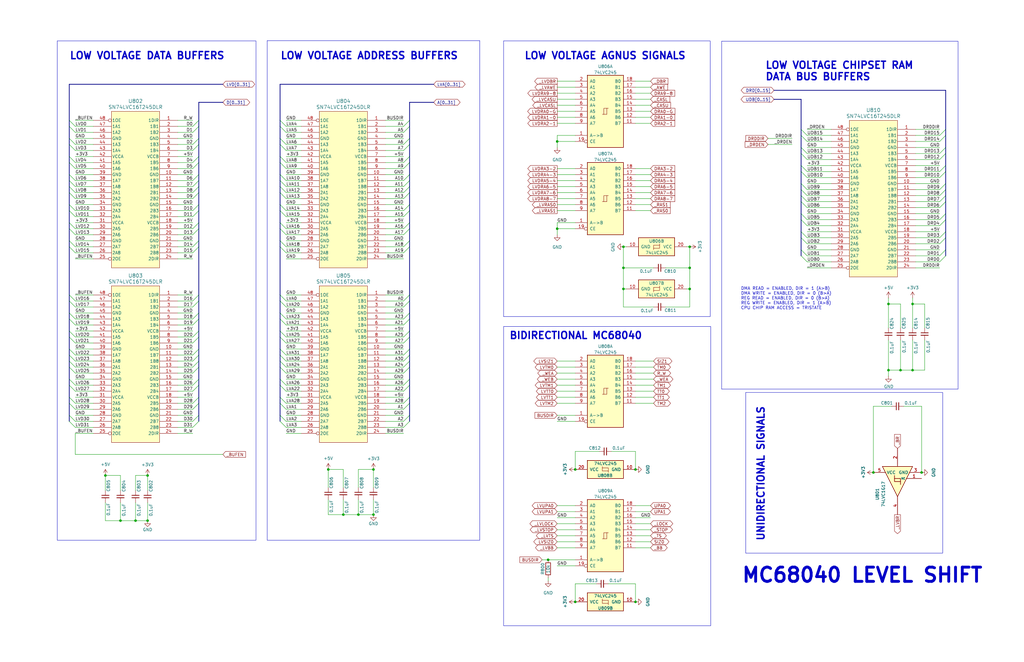
<source format=kicad_sch>
(kicad_sch (version 20231120) (generator "eeschema") (generator_version "8.0")
  (paper "B")
  (title_block (title "AMIGA PCI") (date "2024-10-23") (rev "4.0"))
  (junction (at 262.89 113.03))
  (junction (at 57.15 219.71))
  (junction (at 267.97 198.12))
  (junction (at 374.65 128.27))
  (junction (at 374.65 156.21))
  (junction (at 234.95 96.52))
  (junction (at 50.8 219.71))
  (junction (at 290.83 121.92))
  (junction (at 290.83 104.14))
  (junction (at 379.73 156.21))
  (junction (at 234.95 59.69))
  (junction (at 62.23 200.66))
  (junction (at 388.62 199.39))
  (junction (at 384.81 128.27))
  (junction (at 262.89 104.14))
  (junction (at 384.81 156.21))
  (junction (at 138.43 198.12))
  (junction (at 44.45 200.66))
  (junction (at 368.3 199.39))
  (junction (at 290.83 113.03))
  (junction (at 262.89 121.92))
  (junction (at 151.13 217.17))
  (junction (at 242.57 198.12))
  (junction (at 157.48 217.17))
  (junction (at 144.78 217.17))
  (junction (at 231.14 236.22))
  (junction (at 267.97 254))
  (junction (at 157.48 198.12))
  (junction (at 62.23 219.71))
  (junction (at 242.57 254))
  (bus_entry (at 120.65 129.54) (size -2.54 -2.54))
  (bus_entry (at 31.75 180.34) (size -2.54 -2.54))
  (bus_entry (at 120.65 137.16) (size -2.54 -2.54))
  (bus_entry (at 340.36 72.39) (size -2.54 -2.54))
  (bus_entry (at 81.28 60.96) (size 2.54 -2.54))
  (bus_entry (at 120.65 99.06) (size -2.54 -2.54))
  (bus_entry (at 120.65 96.52) (size -2.54 -2.54))
  (bus_entry (at 340.36 92.71) (size -2.54 -2.54))
  (bus_entry (at 81.28 88.9) (size 2.54 -2.54))
  (bus_entry (at 31.75 55.88) (size -2.54 -2.54))
  (bus_entry (at 31.75 91.44) (size -2.54 -2.54))
  (bus_entry (at 120.65 76.2) (size -2.54 -2.54))
  (bus_entry (at 170.18 96.52) (size 2.54 -2.54))
  (bus_entry (at 340.36 64.77) (size -2.54 -2.54))
  (bus_entry (at 31.75 177.8) (size -2.54 -2.54))
  (bus_entry (at 31.75 96.52) (size -2.54 -2.54))
  (bus_entry (at 81.28 91.44) (size 2.54 -2.54))
  (bus_entry (at 170.18 55.88) (size 2.54 -2.54))
  (bus_entry (at 340.36 80.01) (size -2.54 -2.54))
  (bus_entry (at 81.28 76.2) (size 2.54 -2.54))
  (bus_entry (at 81.28 165.1) (size 2.54 -2.54))
  (bus_entry (at 396.24 92.71) (size 2.54 -2.54))
  (bus_entry (at 170.18 170.18) (size 2.54 -2.54))
  (bus_entry (at 31.75 149.86) (size -2.54 -2.54))
  (bus_entry (at 170.18 63.5) (size 2.54 -2.54))
  (bus_entry (at 81.28 83.82) (size 2.54 -2.54))
  (bus_entry (at 31.75 162.56) (size -2.54 -2.54))
  (bus_entry (at 31.75 99.06) (size -2.54 -2.54))
  (bus_entry (at 31.75 127) (size -2.54 -2.54))
  (bus_entry (at 340.36 110.49) (size -2.54 -2.54))
  (bus_entry (at 170.18 88.9) (size 2.54 -2.54))
  (bus_entry (at 31.75 157.48) (size -2.54 -2.54))
  (bus_entry (at 396.24 85.09) (size 2.54 -2.54))
  (bus_entry (at 81.28 104.14) (size 2.54 -2.54))
  (bus_entry (at 120.65 63.5) (size -2.54 -2.54))
  (bus_entry (at 170.18 106.68) (size 2.54 -2.54))
  (bus_entry (at 396.24 64.77) (size 2.54 -2.54))
  (bus_entry (at 81.28 172.72) (size 2.54 -2.54))
  (bus_entry (at 81.28 170.18) (size 2.54 -2.54))
  (bus_entry (at 81.28 71.12) (size 2.54 -2.54))
  (bus_entry (at 120.65 157.48) (size -2.54 -2.54))
  (bus_entry (at 31.75 76.2) (size -2.54 -2.54))
  (bus_entry (at 81.28 53.34) (size 2.54 -2.54))
  (bus_entry (at 81.28 154.94) (size 2.54 -2.54))
  (bus_entry (at 81.28 127) (size 2.54 -2.54))
  (bus_entry (at 120.65 170.18) (size -2.54 -2.54))
  (bus_entry (at 396.24 102.87) (size 2.54 -2.54))
  (bus_entry (at 120.65 152.4) (size -2.54 -2.54))
  (bus_entry (at 31.75 104.14) (size -2.54 -2.54))
  (bus_entry (at 170.18 127) (size 2.54 -2.54))
  (bus_entry (at 31.75 144.78) (size -2.54 -2.54))
  (bus_entry (at 170.18 76.2) (size 2.54 -2.54))
  (bus_entry (at 81.28 162.56) (size 2.54 -2.54))
  (bus_entry (at 396.24 59.69) (size 2.54 -2.54))
  (bus_entry (at 31.75 134.62) (size -2.54 -2.54))
  (bus_entry (at 170.18 165.1) (size 2.54 -2.54))
  (bus_entry (at 120.65 127) (size -2.54 -2.54))
  (bus_entry (at 81.28 96.52) (size 2.54 -2.54))
  (bus_entry (at 120.65 60.96) (size -2.54 -2.54))
  (bus_entry (at 120.65 142.24) (size -2.54 -2.54))
  (bus_entry (at 120.65 180.34) (size -2.54 -2.54))
  (bus_entry (at 81.28 180.34) (size 2.54 -2.54))
  (bus_entry (at 31.75 81.28) (size -2.54 -2.54))
  (bus_entry (at 120.65 134.62) (size -2.54 -2.54))
  (bus_entry (at 340.36 67.31) (size -2.54 -2.54))
  (bus_entry (at 396.24 57.15) (size 2.54 -2.54))
  (bus_entry (at 340.36 57.15) (size -2.54 -2.54))
  (bus_entry (at 81.28 137.16) (size 2.54 -2.54))
  (bus_entry (at 31.75 106.68) (size -2.54 -2.54))
  (bus_entry (at 31.75 165.1) (size -2.54 -2.54))
  (bus_entry (at 170.18 157.48) (size 2.54 -2.54))
  (bus_entry (at 120.65 78.74) (size -2.54 -2.54))
  (bus_entry (at 340.36 74.93) (size -2.54 -2.54))
  (bus_entry (at 81.28 99.06) (size 2.54 -2.54))
  (bus_entry (at 170.18 137.16) (size 2.54 -2.54))
  (bus_entry (at 31.75 129.54) (size -2.54 -2.54))
  (bus_entry (at 120.65 165.1) (size -2.54 -2.54))
  (bus_entry (at 31.75 154.94) (size -2.54 -2.54))
  (bus_entry (at 170.18 152.4) (size 2.54 -2.54))
  (bus_entry (at 170.18 144.78) (size 2.54 -2.54))
  (bus_entry (at 120.65 81.28) (size -2.54 -2.54))
  (bus_entry (at 120.65 83.82) (size -2.54 -2.54))
  (bus_entry (at 120.65 172.72) (size -2.54 -2.54))
  (bus_entry (at 120.65 68.58) (size -2.54 -2.54))
  (bus_entry (at 170.18 142.24) (size 2.54 -2.54))
  (bus_entry (at 170.18 53.34) (size 2.54 -2.54))
  (bus_entry (at 120.65 149.86) (size -2.54 -2.54))
  (bus_entry (at 120.65 53.34) (size -2.54 -2.54))
  (bus_entry (at 340.36 85.09) (size -2.54 -2.54))
  (bus_entry (at 81.28 142.24) (size 2.54 -2.54))
  (bus_entry (at 396.24 82.55) (size 2.54 -2.54))
  (bus_entry (at 170.18 149.86) (size 2.54 -2.54))
  (bus_entry (at 120.65 154.94) (size -2.54 -2.54))
  (bus_entry (at 31.75 78.74) (size -2.54 -2.54))
  (bus_entry (at 340.36 87.63) (size -2.54 -2.54))
  (bus_entry (at 31.75 83.82) (size -2.54 -2.54))
  (bus_entry (at 170.18 172.72) (size 2.54 -2.54))
  (bus_entry (at 31.75 172.72) (size -2.54 -2.54))
  (bus_entry (at 340.36 59.69) (size -2.54 -2.54))
  (bus_entry (at 31.75 63.5) (size -2.54 -2.54))
  (bus_entry (at 81.28 177.8) (size 2.54 -2.54))
  (bus_entry (at 170.18 180.34) (size 2.54 -2.54))
  (bus_entry (at 170.18 162.56) (size 2.54 -2.54))
  (bus_entry (at 170.18 81.28) (size 2.54 -2.54))
  (bus_entry (at 120.65 71.12) (size -2.54 -2.54))
  (bus_entry (at 170.18 68.58) (size 2.54 -2.54))
  (bus_entry (at 170.18 71.12) (size 2.54 -2.54))
  (bus_entry (at 340.36 100.33) (size -2.54 -2.54))
  (bus_entry (at 81.28 129.54) (size 2.54 -2.54))
  (bus_entry (at 81.28 157.48) (size 2.54 -2.54))
  (bus_entry (at 31.75 142.24) (size -2.54 -2.54))
  (bus_entry (at 396.24 72.39) (size 2.54 -2.54))
  (bus_entry (at 340.36 107.95) (size -2.54 -2.54))
  (bus_entry (at 396.24 67.31) (size 2.54 -2.54))
  (bus_entry (at 81.28 55.88) (size 2.54 -2.54))
  (bus_entry (at 396.24 87.63) (size 2.54 -2.54))
  (bus_entry (at 31.75 53.34) (size -2.54 -2.54))
  (bus_entry (at 81.28 81.28) (size 2.54 -2.54))
  (bus_entry (at 396.24 100.33) (size 2.54 -2.54))
  (bus_entry (at 170.18 129.54) (size 2.54 -2.54))
  (bus_entry (at 120.65 91.44) (size -2.54 -2.54))
  (bus_entry (at 31.75 170.18) (size -2.54 -2.54))
  (bus_entry (at 396.24 107.95) (size 2.54 -2.54))
  (bus_entry (at 120.65 162.56) (size -2.54 -2.54))
  (bus_entry (at 170.18 99.06) (size 2.54 -2.54))
  (bus_entry (at 31.75 60.96) (size -2.54 -2.54))
  (bus_entry (at 170.18 60.96) (size 2.54 -2.54))
  (bus_entry (at 81.28 63.5) (size 2.54 -2.54))
  (bus_entry (at 170.18 134.62) (size 2.54 -2.54))
  (bus_entry (at 340.36 102.87) (size -2.54 -2.54))
  (bus_entry (at 396.24 80.01) (size 2.54 -2.54))
  (bus_entry (at 120.65 177.8) (size -2.54 -2.54))
  (bus_entry (at 170.18 91.44) (size 2.54 -2.54))
  (bus_entry (at 170.18 78.74) (size 2.54 -2.54))
  (bus_entry (at 396.24 74.93) (size 2.54 -2.54))
  (bus_entry (at 81.28 106.68) (size 2.54 -2.54))
  (bus_entry (at 120.65 144.78) (size -2.54 -2.54))
  (bus_entry (at 396.24 110.49) (size 2.54 -2.54))
  (bus_entry (at 340.36 82.55) (size -2.54 -2.54))
  (bus_entry (at 120.65 104.14) (size -2.54 -2.54))
  (bus_entry (at 31.75 88.9) (size -2.54 -2.54))
  (bus_entry (at 31.75 71.12) (size -2.54 -2.54))
  (bus_entry (at 396.24 95.25) (size 2.54 -2.54))
  (bus_entry (at 120.65 88.9) (size -2.54 -2.54))
  (bus_entry (at 120.65 55.88) (size -2.54 -2.54))
  (bus_entry (at 31.75 152.4) (size -2.54 -2.54))
  (bus_entry (at 31.75 137.16) (size -2.54 -2.54))
  (bus_entry (at 81.28 144.78) (size 2.54 -2.54))
  (bus_entry (at 81.28 68.58) (size 2.54 -2.54))
  (bus_entry (at 81.28 78.74) (size 2.54 -2.54))
  (bus_entry (at 340.36 95.25) (size -2.54 -2.54))
  (bus_entry (at 81.28 152.4) (size 2.54 -2.54))
  (bus_entry (at 170.18 177.8) (size 2.54 -2.54))
  (bus_entry (at 81.28 134.62) (size 2.54 -2.54))
  (bus_entry (at 170.18 154.94) (size 2.54 -2.54))
  (bus_entry (at 31.75 68.58) (size -2.54 -2.54))
  (bus_entry (at 120.65 106.68) (size -2.54 -2.54))
  (bus_entry (at 170.18 104.14) (size 2.54 -2.54))
  (bus_entry (at 81.28 149.86) (size 2.54 -2.54))
  (bus_entry (at 170.18 83.82) (size 2.54 -2.54))
  (wire (pts (xy 170.18 144.78) (xy 162.56 144.78)))
  (wire (pts (xy 127 167.64) (xy 120.65 167.64)))
  (wire (pts (xy 274.32 34.29) (xy 267.97 34.29)))
  (wire (pts (xy 39.37 147.32) (xy 31.75 147.32)))
  (wire (pts (xy 274.32 215.9) (xy 267.97 215.9)))
  (wire (pts (xy 386.08 102.87) (xy 396.24 102.87)))
  (wire (pts (xy 144.78 198.12) (xy 144.78 205.74)))
  (bus (pts (xy 83.82 68.58) (xy 83.82 66.04)))
  (bus (pts (xy 83.82 154.94) (xy 83.82 152.4)))
  (wire (pts (xy 127 83.82) (xy 120.65 83.82)))
  (wire (pts (xy 386.08 105.41) (xy 396.24 105.41)))
  (wire (pts (xy 386.08 77.47) (xy 396.24 77.47)))
  (wire (pts (xy 290.83 121.92) (xy 289.56 121.92)))
  (wire (pts (xy 39.37 91.44) (xy 31.75 91.44)))
  (bus (pts (xy 337.82 64.77) (xy 337.82 69.85)))
  (wire (pts (xy 242.57 71.12) (xy 234.95 71.12)))
  (wire (pts (xy 81.28 177.8) (xy 74.93 177.8)))
  (wire (pts (xy 127 137.16) (xy 120.65 137.16)))
  (bus (pts (xy 337.82 72.39) (xy 337.82 77.47)))
  (wire (pts (xy 374.65 158.75) (xy 374.65 156.21)))
  (bus (pts (xy 83.82 177.8) (xy 83.82 175.26)))
  (wire (pts (xy 127 127) (xy 120.65 127)))
  (wire (pts (xy 162.56 86.36) (xy 170.18 86.36)))
  (bus (pts (xy 337.82 80.01) (xy 337.82 82.55)))
  (wire (pts (xy 127 124.46) (xy 120.65 124.46)))
  (bus (pts (xy 118.11 134.62) (xy 118.11 139.7)))
  (wire (pts (xy 350.52 72.39) (xy 340.36 72.39)))
  (wire (pts (xy 170.18 137.16) (xy 162.56 137.16)))
  (wire (pts (xy 151.13 210.82) (xy 151.13 217.17)))
  (wire (pts (xy 234.95 223.52) (xy 242.57 223.52)))
  (wire (pts (xy 127 144.78) (xy 120.65 144.78)))
  (bus (pts (xy 172.72 78.74) (xy 172.72 76.2)))
  (bus (pts (xy 83.82 81.28) (xy 83.82 78.74)))
  (wire (pts (xy 170.18 60.96) (xy 162.56 60.96)))
  (wire (pts (xy 170.18 63.5) (xy 162.56 63.5)))
  (wire (pts (xy 350.52 64.77) (xy 340.36 64.77)))
  (wire (pts (xy 127 101.6) (xy 120.65 101.6)))
  (bus (pts (xy 172.72 134.62) (xy 172.72 132.08)))
  (wire (pts (xy 138.43 205.74) (xy 138.43 198.12)))
  (bus (pts (xy 29.21 142.24) (xy 29.21 139.7)))
  (bus (pts (xy 83.82 162.56) (xy 83.82 160.02)))
  (wire (pts (xy 81.28 68.58) (xy 74.93 68.58)))
  (wire (pts (xy 162.56 66.04) (xy 170.18 66.04)))
  (wire (pts (xy 127 60.96) (xy 120.65 60.96)))
  (bus (pts (xy 29.21 53.34) (xy 29.21 50.8)))
  (wire (pts (xy 81.28 109.22) (xy 74.93 109.22)))
  (wire (pts (xy 39.37 99.06) (xy 31.75 99.06)))
  (wire (pts (xy 138.43 217.17) (xy 138.43 210.82)))
  (bus (pts (xy 29.21 170.18) (xy 29.21 167.64)))
  (wire (pts (xy 127 104.14) (xy 120.65 104.14)))
  (wire (pts (xy 57.15 200.66) (xy 62.23 200.66)))
  (wire (pts (xy 81.28 91.44) (xy 74.93 91.44)))
  (bus (pts (xy 326.39 41.91) (xy 337.82 41.91)))
  (wire (pts (xy 384.81 156.21) (xy 389.89 156.21)))
  (wire (pts (xy 170.18 99.06) (xy 162.56 99.06)))
  (wire (pts (xy 170.18 53.34) (xy 162.56 53.34)))
  (wire (pts (xy 74.93 66.04) (xy 81.28 66.04)))
  (bus (pts (xy 29.21 177.8) (xy 29.21 175.26)))
  (wire (pts (xy 274.32 81.28) (xy 267.97 81.28)))
  (wire (pts (xy 275.59 162.56) (xy 267.97 162.56)))
  (wire (pts (xy 127 142.24) (xy 120.65 142.24)))
  (bus (pts (xy 118.11 162.56) (xy 118.11 160.02)))
  (bus (pts (xy 118.11 81.28) (xy 118.11 86.36)))
  (wire (pts (xy 162.56 132.08) (xy 170.18 132.08)))
  (bus (pts (xy 118.11 73.66) (xy 118.11 68.58)))
  (bus (pts (xy 29.21 88.9) (xy 29.21 86.36)))
  (wire (pts (xy 386.08 82.55) (xy 396.24 82.55)))
  (wire (pts (xy 157.48 217.17) (xy 151.13 217.17)))
  (bus (pts (xy 118.11 104.14) (xy 118.11 101.6)))
  (wire (pts (xy 350.52 90.17) (xy 340.36 90.17)))
  (bus (pts (xy 83.82 43.18) (xy 93.98 43.18)))
  (wire (pts (xy 39.37 144.78) (xy 31.75 144.78)))
  (bus (pts (xy 83.82 147.32) (xy 83.82 142.24)))
  (wire (pts (xy 170.18 83.82) (xy 162.56 83.82)))
  (wire (pts (xy 81.28 152.4) (xy 74.93 152.4)))
  (bus (pts (xy 83.82 60.96) (xy 83.82 58.42)))
  (wire (pts (xy 389.89 143.51) (xy 389.89 156.21)))
  (wire (pts (xy 39.37 134.62) (xy 31.75 134.62)))
  (wire (pts (xy 170.18 91.44) (xy 162.56 91.44)))
  (wire (pts (xy 81.28 170.18) (xy 74.93 170.18)))
  (wire (pts (xy 350.52 92.71) (xy 340.36 92.71)))
  (wire (pts (xy 386.08 59.69) (xy 396.24 59.69)))
  (wire (pts (xy 350.52 105.41) (xy 340.36 105.41)))
  (bus (pts (xy 118.11 88.9) (xy 118.11 93.98)))
  (wire (pts (xy 290.83 113.03) (xy 290.83 121.92)))
  (wire (pts (xy 242.57 246.38) (xy 251.46 246.38)))
  (bus (pts (xy 337.82 105.41) (xy 337.82 107.95)))
  (wire (pts (xy 127 165.1) (xy 120.65 165.1)))
  (wire (pts (xy 386.08 80.01) (xy 396.24 80.01)))
  (bus (pts (xy 118.11 35.56) (xy 182.88 35.56)))
  (wire (pts (xy 74.93 58.42) (xy 81.28 58.42)))
  (wire (pts (xy 170.18 55.88) (xy 162.56 55.88)))
  (wire (pts (xy 127 76.2) (xy 120.65 76.2)))
  (wire (pts (xy 81.28 162.56) (xy 74.93 162.56)))
  (wire (pts (xy 242.57 88.9) (xy 234.95 88.9)))
  (wire (pts (xy 350.52 97.79) (xy 340.36 97.79)))
  (bus (pts (xy 83.82 170.18) (xy 83.82 167.64)))
  (wire (pts (xy 127 96.52) (xy 120.65 96.52)))
  (wire (pts (xy 81.28 88.9) (xy 74.93 88.9)))
  (bus (pts (xy 118.11 60.96) (xy 118.11 66.04)))
  (wire (pts (xy 386.08 95.25) (xy 396.24 95.25)))
  (wire (pts (xy 39.37 101.6) (xy 31.75 101.6)))
  (bus (pts (xy 118.11 60.96) (xy 118.11 58.42)))
  (wire (pts (xy 350.52 69.85) (xy 340.36 69.85)))
  (wire (pts (xy 170.18 172.72) (xy 162.56 172.72)))
  (bus (pts (xy 29.21 88.9) (xy 29.21 93.98)))
  (wire (pts (xy 386.08 90.17) (xy 396.24 90.17)))
  (wire (pts (xy 39.37 137.16) (xy 31.75 137.16)))
  (wire (pts (xy 81.28 96.52) (xy 74.93 96.52)))
  (bus (pts (xy 172.72 142.24) (xy 172.72 139.7)))
  (wire (pts (xy 275.59 129.54) (xy 262.89 129.54)))
  (bus (pts (xy 83.82 50.8) (xy 83.82 43.18)))
  (wire (pts (xy 274.32 88.9) (xy 267.97 88.9)))
  (wire (pts (xy 39.37 175.26) (xy 31.75 175.26)))
  (wire (pts (xy 242.57 190.5) (xy 252.73 190.5)))
  (wire (pts (xy 374.65 143.51) (xy 374.65 156.21)))
  (wire (pts (xy 39.37 78.74) (xy 31.75 78.74)))
  (wire (pts (xy 127 88.9) (xy 120.65 88.9)))
  (wire (pts (xy 39.37 81.28) (xy 31.75 81.28)))
  (wire (pts (xy 234.95 228.6) (xy 242.57 228.6)))
  (wire (pts (xy 81.28 134.62) (xy 74.93 134.62)))
  (wire (pts (xy 81.28 142.24) (xy 74.93 142.24)))
  (wire (pts (xy 267.97 83.82) (xy 274.32 83.82)))
  (bus (pts (xy 398.78 97.79) (xy 398.78 92.71)))
  (wire (pts (xy 170.18 71.12) (xy 162.56 71.12)))
  (wire (pts (xy 274.32 41.91) (xy 267.97 41.91)))
  (wire (pts (xy 350.52 54.61) (xy 340.36 54.61)))
  (bus (pts (xy 172.72 124.46) (xy 172.72 104.14)))
  (bus (pts (xy 29.21 60.96) (xy 29.21 66.04)))
  (bus (pts (xy 29.21 162.56) (xy 29.21 167.64)))
  (bus (pts (xy 337.82 57.15) (xy 337.82 62.23)))
  (wire (pts (xy 74.93 182.88) (xy 81.28 182.88)))
  (wire (pts (xy 81.28 172.72) (xy 74.93 172.72)))
  (wire (pts (xy 257.81 190.5) (xy 267.97 190.5)))
  (bus (pts (xy 172.72 53.34) (xy 172.72 50.8)))
  (bus (pts (xy 172.72 76.2) (xy 172.72 73.66)))
  (wire (pts (xy 127 55.88) (xy 120.65 55.88)))
  (wire (pts (xy 39.37 96.52) (xy 31.75 96.52)))
  (wire (pts (xy 274.32 44.45) (xy 267.97 44.45)))
  (bus (pts (xy 29.21 127) (xy 29.21 124.46)))
  (wire (pts (xy 151.13 198.12) (xy 157.48 198.12)))
  (wire (pts (xy 262.89 104.14) (xy 262.89 113.03)))
  (wire (pts (xy 170.18 106.68) (xy 162.56 106.68)))
  (bus (pts (xy 337.82 92.71) (xy 337.82 97.79)))
  (wire (pts (xy 267.97 198.12) (xy 267.97 190.5)))
  (wire (pts (xy 350.52 57.15) (xy 340.36 57.15)))
  (bus (pts (xy 172.72 43.18) (xy 182.88 43.18)))
  (wire (pts (xy 267.97 39.37) (xy 274.32 39.37)))
  (bus (pts (xy 172.72 58.42) (xy 172.72 53.34)))
  (bus (pts (xy 337.82 100.33) (xy 337.82 105.41)))
  (wire (pts (xy 262.89 113.03) (xy 262.89 121.92)))
  (bus (pts (xy 29.21 96.52) (xy 29.21 93.98)))
  (wire (pts (xy 81.28 60.96) (xy 74.93 60.96)))
  (wire (pts (xy 350.52 100.33) (xy 340.36 100.33)))
  (bus (pts (xy 172.72 149.86) (xy 172.72 147.32)))
  (wire (pts (xy 74.93 50.8) (xy 81.28 50.8)))
  (bus (pts (xy 118.11 50.8) (xy 118.11 35.56)))
  (wire (pts (xy 81.28 144.78) (xy 74.93 144.78)))
  (wire (pts (xy 127 182.88) (xy 120.65 182.88)))
  (wire (pts (xy 57.15 212.09) (xy 57.15 219.71)))
  (wire (pts (xy 39.37 93.98) (xy 31.75 93.98)))
  (bus (pts (xy 172.72 127) (xy 172.72 124.46)))
  (wire (pts (xy 39.37 157.48) (xy 31.75 157.48)))
  (wire (pts (xy 350.52 67.31) (xy 340.36 67.31)))
  (bus (pts (xy 398.78 38.1) (xy 326.39 38.1)))
  (bus (pts (xy 83.82 73.66) (xy 83.82 68.58)))
  (wire (pts (xy 242.57 59.69) (xy 234.95 59.69)))
  (bus (pts (xy 83.82 66.04) (xy 83.82 60.96)))
  (wire (pts (xy 157.48 205.74) (xy 157.48 198.12)))
  (bus (pts (xy 29.21 81.28) (xy 29.21 78.74)))
  (wire (pts (xy 127 154.94) (xy 120.65 154.94)))
  (wire (pts (xy 74.93 167.64) (xy 81.28 167.64)))
  (wire (pts (xy 127 63.5) (xy 120.65 63.5)))
  (wire (pts (xy 81.28 99.06) (xy 74.93 99.06)))
  (bus (pts (xy 172.72 132.08) (xy 172.72 127)))
  (wire (pts (xy 242.57 93.98) (xy 234.95 93.98)))
  (wire (pts (xy 74.93 147.32) (xy 81.28 147.32)))
  (bus (pts (xy 118.11 88.9) (xy 118.11 86.36)))
  (wire (pts (xy 127 175.26) (xy 120.65 175.26)))
  (wire (pts (xy 74.93 124.46) (xy 81.28 124.46)))
  (wire (pts (xy 170.18 127) (xy 162.56 127)))
  (wire (pts (xy 234.95 83.82) (xy 242.57 83.82)))
  (wire (pts (xy 170.18 81.28) (xy 162.56 81.28)))
  (wire (pts (xy 39.37 124.46) (xy 31.75 124.46)))
  (wire (pts (xy 39.37 68.58) (xy 31.75 68.58)))
  (bus (pts (xy 29.21 81.28) (xy 29.21 86.36)))
  (wire (pts (xy 50.8 212.09) (xy 50.8 219.71)))
  (wire (pts (xy 234.95 59.69) (xy 234.95 62.23)))
  (wire (pts (xy 234.95 96.52) (xy 234.95 99.06)))
  (bus (pts (xy 398.78 92.71) (xy 398.78 90.17)))
  (wire (pts (xy 350.52 87.63) (xy 340.36 87.63)))
  (wire (pts (xy 234.95 215.9) (xy 242.57 215.9)))
  (wire (pts (xy 234.95 165.1) (xy 242.57 165.1)))
  (bus (pts (xy 172.72 96.52) (xy 172.72 93.98)))
  (bus (pts (xy 29.21 104.14) (xy 29.21 101.6)))
  (wire (pts (xy 127 93.98) (xy 120.65 93.98)))
  (wire (pts (xy 274.32 73.66) (xy 267.97 73.66)))
  (bus (pts (xy 118.11 162.56) (xy 118.11 167.64)))
  (bus (pts (xy 172.72 101.6) (xy 172.72 96.52)))
  (bus (pts (xy 172.72 104.14) (xy 172.72 101.6)))
  (bus (pts (xy 172.72 167.64) (xy 172.72 162.56)))
  (wire (pts (xy 127 180.34) (xy 120.65 180.34)))
  (bus (pts (xy 398.78 57.15) (xy 398.78 54.61)))
  (wire (pts (xy 386.08 62.23) (xy 396.24 62.23)))
  (bus (pts (xy 172.72 139.7) (xy 172.72 134.62)))
  (wire (pts (xy 334.01 60.96) (xy 323.85 60.96)))
  (wire (pts (xy 39.37 167.64) (xy 31.75 167.64)))
  (wire (pts (xy 274.32 71.12) (xy 267.97 71.12)))
  (wire (pts (xy 242.57 34.29) (xy 234.95 34.29)))
  (wire (pts (xy 127 149.86) (xy 120.65 149.86)))
  (wire (pts (xy 127 86.36) (xy 120.65 86.36)))
  (wire (pts (xy 242.57 44.45) (xy 234.95 44.45)))
  (bus (pts (xy 83.82 86.36) (xy 83.82 81.28)))
  (bus (pts (xy 83.82 127) (xy 83.82 124.46)))
  (wire (pts (xy 39.37 149.86) (xy 31.75 149.86)))
  (bus (pts (xy 29.21 68.58) (xy 29.21 66.04)))
  (bus (pts (xy 118.11 134.62) (xy 118.11 132.08)))
  (wire (pts (xy 162.56 139.7) (xy 170.18 139.7)))
  (wire (pts (xy 242.57 154.94) (xy 234.95 154.94)))
  (bus (pts (xy 118.11 154.94) (xy 118.11 152.4)))
  (wire (pts (xy 162.56 167.64) (xy 170.18 167.64)))
  (wire (pts (xy 170.18 157.48) (xy 162.56 157.48)))
  (wire (pts (xy 127 129.54) (xy 120.65 129.54)))
  (bus (pts (xy 172.72 68.58) (xy 172.72 66.04)))
  (wire (pts (xy 144.78 217.17) (xy 138.43 217.17)))
  (bus (pts (xy 83.82 58.42) (xy 83.82 53.34)))
  (wire (pts (xy 81.28 63.5) (xy 74.93 63.5)))
  (wire (pts (xy 379.73 143.51) (xy 379.73 156.21)))
  (bus (pts (xy 83.82 142.24) (xy 83.82 139.7)))
  (wire (pts (xy 81.28 104.14) (xy 74.93 104.14)))
  (bus (pts (xy 118.11 124.46) (xy 118.11 104.14)))
  (wire (pts (xy 39.37 83.82) (xy 31.75 83.82)))
  (bus (pts (xy 83.82 76.2) (xy 83.82 73.66)))
  (wire (pts (xy 39.37 152.4) (xy 31.75 152.4)))
  (bus (pts (xy 337.82 85.09) (xy 337.82 90.17)))
  (wire (pts (xy 386.08 113.03) (xy 396.24 113.03)))
  (bus (pts (xy 398.78 57.15) (xy 398.78 62.23)))
  (bus (pts (xy 29.21 154.94) (xy 29.21 160.02)))
  (bus (pts (xy 83.82 175.26) (xy 83.82 170.18)))
  (wire (pts (xy 274.32 213.36) (xy 267.97 213.36)))
  (wire (pts (xy 170.18 76.2) (xy 162.56 76.2)))
  (wire (pts (xy 170.18 104.14) (xy 162.56 104.14)))
  (wire (pts (xy 62.23 207.01) (xy 62.23 200.66)))
  (bus (pts (xy 172.72 170.18) (xy 172.72 167.64)))
  (wire (pts (xy 290.83 113.03) (xy 280.67 113.03)))
  (wire (pts (xy 267.97 46.99) (xy 274.32 46.99)))
  (wire (pts (xy 127 160.02) (xy 120.65 160.02)))
  (wire (pts (xy 39.37 55.88) (xy 31.75 55.88)))
  (wire (pts (xy 81.28 53.34) (xy 74.93 53.34)))
  (wire (pts (xy 242.57 162.56) (xy 234.95 162.56)))
  (wire (pts (xy 242.57 236.22) (xy 231.14 236.22)))
  (wire (pts (xy 157.48 217.17) (xy 157.48 210.82)))
  (wire (pts (xy 39.37 86.36) (xy 31.75 86.36)))
  (bus (pts (xy 29.21 147.32) (xy 29.21 142.24)))
  (wire (pts (xy 388.62 171.45) (xy 381 171.45)))
  (wire (pts (xy 267.97 254) (xy 267.97 246.38)))
  (wire (pts (xy 39.37 165.1) (xy 31.75 165.1)))
  (wire (pts (xy 386.08 87.63) (xy 396.24 87.63)))
  (wire (pts (xy 274.32 223.52) (xy 267.97 223.52)))
  (wire (pts (xy 81.28 127) (xy 74.93 127)))
  (wire (pts (xy 350.52 102.87) (xy 340.36 102.87)))
  (wire (pts (xy 234.95 220.98) (xy 242.57 220.98)))
  (wire (pts (xy 39.37 160.02) (xy 31.75 160.02)))
  (bus (pts (xy 337.82 82.55) (xy 337.82 85.09)))
  (wire (pts (xy 386.08 57.15) (xy 396.24 57.15)))
  (bus (pts (xy 172.72 93.98) (xy 172.72 88.9)))
  (wire (pts (xy 334.01 58.42) (xy 323.85 58.42)))
  (wire (pts (xy 127 152.4) (xy 120.65 152.4)))
  (wire (pts (xy 384.81 128.27) (xy 389.89 128.27)))
  (wire (pts (xy 127 177.8) (xy 120.65 177.8)))
  (bus (pts (xy 337.82 62.23) (xy 337.82 64.77)))
  (wire (pts (xy 39.37 104.14) (xy 31.75 104.14)))
  (wire (pts (xy 350.52 59.69) (xy 340.36 59.69)))
  (wire (pts (xy 162.56 147.32) (xy 170.18 147.32)))
  (wire (pts (xy 386.08 110.49) (xy 396.24 110.49)))
  (bus (pts (xy 118.11 96.52) (xy 118.11 93.98)))
  (bus (pts (xy 83.82 96.52) (xy 83.82 93.98)))
  (wire (pts (xy 264.16 121.92) (xy 262.89 121.92)))
  (wire (pts (xy 162.56 109.22) (xy 170.18 109.22)))
  (bus (pts (xy 29.21 35.56) (xy 93.98 35.56)))
  (wire (pts (xy 170.18 88.9) (xy 162.56 88.9)))
  (wire (pts (xy 81.28 76.2) (xy 74.93 76.2)))
  (wire (pts (xy 234.95 39.37) (xy 242.57 39.37)))
  (wire (pts (xy 162.56 175.26) (xy 170.18 175.26)))
  (wire (pts (xy 170.18 129.54) (xy 162.56 129.54)))
  (wire (pts (xy 242.57 170.18) (xy 234.95 170.18)))
  (wire (pts (xy 290.83 104.14) (xy 289.56 104.14)))
  (wire (pts (xy 39.37 106.68) (xy 31.75 106.68)))
  (wire (pts (xy 242.57 41.91) (xy 234.95 41.91)))
  (wire (pts (xy 242.57 177.8) (xy 234.95 177.8)))
  (bus (pts (xy 29.21 149.86) (xy 29.21 147.32)))
  (wire (pts (xy 57.15 219.71) (xy 50.8 219.71)))
  (wire (pts (xy 242.57 167.64) (xy 234.95 167.64)))
  (wire (pts (xy 375.92 171.45) (xy 368.3 171.45)))
  (wire (pts (xy 74.93 101.6) (xy 81.28 101.6)))
  (wire (pts (xy 242.57 81.28) (xy 234.95 81.28)))
  (wire (pts (xy 31.75 182.88) (xy 31.75 191.77)))
  (wire (pts (xy 39.37 71.12) (xy 31.75 71.12)))
  (wire (pts (xy 127 50.8) (xy 120.65 50.8)))
  (wire (pts (xy 144.78 210.82) (xy 144.78 217.17)))
  (wire (pts (xy 234.95 46.99) (xy 242.57 46.99)))
  (bus (pts (xy 398.78 64.77) (xy 398.78 69.85)))
  (wire (pts (xy 350.52 107.95) (xy 340.36 107.95)))
  (wire (pts (xy 386.08 92.71) (xy 396.24 92.71)))
  (wire (pts (xy 170.18 162.56) (xy 162.56 162.56)))
  (wire (pts (xy 151.13 217.17) (xy 144.78 217.17)))
  (wire (pts (xy 170.18 134.62) (xy 162.56 134.62)))
  (bus (pts (xy 118.11 68.58) (xy 118.11 66.04)))
  (bus (pts (xy 172.72 88.9) (xy 172.72 86.36)))
  (wire (pts (xy 39.37 109.22) (xy 31.75 109.22)))
  (bus (pts (xy 118.11 127) (xy 118.11 124.46)))
  (wire (pts (xy 162.56 124.46) (xy 170.18 124.46)))
  (wire (pts (xy 274.32 36.83) (xy 267.97 36.83)))
  (wire (pts (xy 127 99.06) (xy 120.65 99.06)))
  (bus (pts (xy 118.11 149.86) (xy 118.11 147.32)))
  (wire (pts (xy 151.13 198.12) (xy 151.13 205.74)))
  (bus (pts (xy 398.78 105.41) (xy 398.78 100.33)))
  (wire (pts (xy 267.97 76.2) (xy 274.32 76.2)))
  (wire (pts (xy 127 68.58) (xy 120.65 68.58)))
  (bus (pts (xy 398.78 72.39) (xy 398.78 77.47)))
  (wire (pts (xy 374.65 128.27) (xy 374.65 138.43)))
  (bus (pts (xy 172.72 147.32) (xy 172.72 142.24)))
  (wire (pts (xy 127 134.62) (xy 120.65 134.62)))
  (bus (pts (xy 83.82 53.34) (xy 83.82 50.8)))
  (bus (pts (xy 83.82 101.6) (xy 83.82 96.52)))
  (wire (pts (xy 127 132.08) (xy 120.65 132.08)))
  (wire (pts (xy 74.93 73.66) (xy 81.28 73.66)))
  (wire (pts (xy 74.93 93.98) (xy 81.28 93.98)))
  (wire (pts (xy 44.45 200.66) (xy 50.8 200.66)))
  (wire (pts (xy 74.93 160.02) (xy 81.28 160.02)))
  (bus (pts (xy 172.72 73.66) (xy 172.72 68.58)))
  (wire (pts (xy 162.56 160.02) (xy 170.18 160.02)))
  (wire (pts (xy 39.37 88.9) (xy 31.75 88.9)))
  (wire (pts (xy 39.37 58.42) (xy 31.75 58.42)))
  (bus (pts (xy 29.21 78.74) (xy 29.21 76.2)))
  (wire (pts (xy 242.57 73.66) (xy 234.95 73.66)))
  (wire (pts (xy 275.59 154.94) (xy 267.97 154.94)))
  (wire (pts (xy 350.52 74.93) (xy 340.36 74.93)))
  (wire (pts (xy 242.57 49.53) (xy 234.95 49.53)))
  (wire (pts (xy 62.23 219.71) (xy 62.23 212.09)))
  (wire (pts (xy 39.37 139.7) (xy 31.75 139.7)))
  (bus (pts (xy 83.82 78.74) (xy 83.82 76.2)))
  (wire (pts (xy 81.28 55.88) (xy 74.93 55.88)))
  (wire (pts (xy 267.97 218.44) (xy 274.32 218.44)))
  (wire (pts (xy 242.57 226.06) (xy 234.95 226.06)))
  (wire (pts (xy 170.18 78.74) (xy 162.56 78.74)))
  (wire (pts (xy 275.59 170.18) (xy 267.97 170.18)))
  (wire (pts (xy 274.32 231.14) (xy 267.97 231.14)))
  (wire (pts (xy 242.57 36.83) (xy 234.95 36.83)))
  (bus (pts (xy 29.21 76.2) (xy 29.21 73.66)))
  (wire (pts (xy 127 91.44) (xy 120.65 91.44)))
  (wire (pts (xy 170.18 68.58) (xy 162.56 68.58)))
  (wire (pts (xy 350.52 77.47) (xy 340.36 77.47)))
  (bus (pts (xy 118.11 177.8) (xy 118.11 175.26)))
  (wire (pts (xy 386.08 72.39) (xy 396.24 72.39)))
  (wire (pts (xy 256.54 246.38) (xy 267.97 246.38)))
  (wire (pts (xy 290.83 121.92) (xy 290.83 129.54)))
  (wire (pts (xy 81.28 165.1) (xy 74.93 165.1)))
  (wire (pts (xy 127 162.56) (xy 120.65 162.56)))
  (bus (pts (xy 118.11 53.34) (xy 118.11 58.42)))
  (wire (pts (xy 39.37 170.18) (xy 31.75 170.18)))
  (bus (pts (xy 172.72 50.8) (xy 172.72 43.18)))
  (wire (pts (xy 81.28 154.94) (xy 74.93 154.94)))
  (wire (pts (xy 262.89 121.92) (xy 262.89 129.54)))
  (wire (pts (xy 50.8 219.71) (xy 44.45 219.71)))
  (wire (pts (xy 39.37 63.5) (xy 31.75 63.5)))
  (bus (pts (xy 118.11 127) (xy 118.11 132.08)))
  (bus (pts (xy 172.72 160.02) (xy 172.72 154.94)))
  (wire (pts (xy 127 66.04) (xy 120.65 66.04)))
  (wire (pts (xy 386.08 69.85) (xy 396.24 69.85)))
  (wire (pts (xy 242.57 152.4) (xy 234.95 152.4)))
  (bus (pts (xy 172.72 86.36) (xy 172.72 81.28)))
  (bus (pts (xy 337.82 77.47) (xy 337.82 80.01)))
  (bus (pts (xy 29.21 170.18) (xy 29.21 175.26)))
  (bus (pts (xy 29.21 162.56) (xy 29.21 160.02)))
  (bus (pts (xy 29.21 154.94) (xy 29.21 152.4)))
  (wire (pts (xy 39.37 177.8) (xy 31.75 177.8)))
  (wire (pts (xy 81.28 157.48) (xy 74.93 157.48)))
  (wire (pts (xy 379.73 156.21) (xy 384.81 156.21)))
  (wire (pts (xy 384.81 143.51) (xy 384.81 156.21)))
  (wire (pts (xy 386.08 74.93) (xy 396.24 74.93)))
  (wire (pts (xy 39.37 172.72) (xy 31.75 172.72)))
  (wire (pts (xy 39.37 162.56) (xy 31.75 162.56)))
  (bus (pts (xy 29.21 152.4) (xy 29.21 149.86)))
  (bus (pts (xy 398.78 107.95) (xy 398.78 105.41)))
  (bus (pts (xy 398.78 82.55) (xy 398.78 80.01)))
  (wire (pts (xy 39.37 154.94) (xy 31.75 154.94)))
  (wire (pts (xy 127 147.32) (xy 120.65 147.32)))
  (wire (pts (xy 127 172.72) (xy 120.65 172.72)))
  (wire (pts (xy 127 71.12) (xy 120.65 71.12)))
  (wire (pts (xy 280.67 129.54) (xy 290.83 129.54)))
  (wire (pts (xy 384.81 125.73) (xy 384.81 128.27)))
  (wire (pts (xy 170.18 177.8) (xy 162.56 177.8)))
  (bus (pts (xy 29.21 134.62) (xy 29.21 139.7)))
  (wire (pts (xy 234.95 57.15) (xy 234.95 59.69)))
  (wire (pts (xy 242.57 57.15) (xy 234.95 57.15)))
  (wire (pts (xy 81.28 129.54) (xy 74.93 129.54)))
  (wire (pts (xy 242.57 52.07) (xy 234.95 52.07)))
  (bus (pts (xy 337.82 54.61) (xy 337.82 57.15)))
  (wire (pts (xy 350.52 95.25) (xy 340.36 95.25)))
  (wire (pts (xy 170.18 154.94) (xy 162.56 154.94)))
  (bus (pts (xy 83.82 93.98) (xy 83.82 88.9)))
  (bus (pts (xy 398.78 100.33) (xy 398.78 97.79)))
  (wire (pts (xy 162.56 73.66) (xy 170.18 73.66)))
  (wire (pts (xy 127 157.48) (xy 120.65 157.48)))
  (wire (pts (xy 242.57 175.26) (xy 234.95 175.26)))
  (bus (pts (xy 118.11 81.28) (xy 118.11 78.74)))
  (bus (pts (xy 29.21 96.52) (xy 29.21 101.6)))
  (wire (pts (xy 274.32 228.6) (xy 267.97 228.6)))
  (bus (pts (xy 118.11 78.74) (xy 118.11 76.2)))
  (bus (pts (xy 172.72 81.28) (xy 172.72 78.74)))
  (wire (pts (xy 231.14 243.84) (xy 231.14 245.11)))
  (bus (pts (xy 83.82 134.62) (xy 83.82 132.08)))
  (wire (pts (xy 39.37 127) (xy 31.75 127)))
  (bus (pts (xy 83.82 104.14) (xy 83.82 101.6)))
  (wire (pts (xy 274.32 52.07) (xy 267.97 52.07)))
  (wire (pts (xy 39.37 142.24) (xy 31.75 142.24)))
  (wire (pts (xy 374.65 128.27) (xy 379.73 128.27)))
  (bus (pts (xy 83.82 149.86) (xy 83.82 147.32)))
  (wire (pts (xy 162.56 93.98) (xy 170.18 93.98)))
  (wire (pts (xy 81.28 106.68) (xy 74.93 106.68)))
  (bus (pts (xy 29.21 53.34) (xy 29.21 58.42)))
  (wire (pts (xy 81.28 149.86) (xy 74.93 149.86)))
  (wire (pts (xy 242.57 86.36) (xy 234.95 86.36)))
  (bus (pts (xy 29.21 73.66) (xy 29.21 68.58)))
  (wire (pts (xy 74.93 132.08) (xy 81.28 132.08)))
  (wire (pts (xy 39.37 53.34) (xy 31.75 53.34)))
  (wire (pts (xy 374.65 125.73) (xy 374.65 128.27)))
  (wire (pts (xy 170.18 152.4) (xy 162.56 152.4)))
  (wire (pts (xy 127 139.7) (xy 120.65 139.7)))
  (wire (pts (xy 170.18 165.1) (xy 162.56 165.1)))
  (wire (pts (xy 374.65 156.21) (xy 379.73 156.21)))
  (bus (pts (xy 118.11 170.18) (xy 118.11 175.26)))
  (wire (pts (xy 242.57 198.12) (xy 242.57 190.5)))
  (bus (pts (xy 83.82 167.64) (xy 83.82 162.56)))
  (wire (pts (xy 379.73 138.43) (xy 379.73 128.27)))
  (wire (pts (xy 127 106.68) (xy 120.65 106.68)))
  (wire (pts (xy 170.18 180.34) (xy 162.56 180.34)))
  (wire (pts (xy 81.28 71.12) (xy 74.93 71.12)))
  (bus (pts (xy 118.11 142.24) (xy 118.11 139.7)))
  (wire (pts (xy 39.37 73.66) (xy 31.75 73.66)))
  (bus (pts (xy 83.82 88.9) (xy 83.82 86.36)))
  (wire (pts (xy 81.28 78.74) (xy 74.93 78.74)))
  (wire (pts (xy 170.18 142.24) (xy 162.56 142.24)))
  (wire (pts (xy 81.28 81.28) (xy 74.93 81.28)))
  (wire (pts (xy 267.97 160.02) (xy 275.59 160.02)))
  (wire (pts (xy 127 109.22) (xy 120.65 109.22)))
  (bus (pts (xy 172.72 175.26) (xy 172.72 170.18)))
  (bus (pts (xy 83.82 152.4) (xy 83.82 149.86)))
  (wire (pts (xy 39.37 132.08) (xy 31.75 132.08)))
  (wire (pts (xy 234.95 238.76) (xy 242.57 238.76)))
  (wire (pts (xy 62.23 219.71) (xy 57.15 219.71)))
  (bus (pts (xy 337.82 90.17) (xy 337.82 92.71)))
  (wire (pts (xy 262.89 104.14) (xy 264.16 104.14)))
  (wire (pts (xy 350.52 113.03) (xy 340.36 113.03)))
  (bus (pts (xy 337.82 69.85) (xy 337.82 72.39)))
  (bus (pts (xy 118.11 96.52) (xy 118.11 101.6)))
  (wire (pts (xy 234.95 231.14) (xy 242.57 231.14)))
  (wire (pts (xy 170.18 182.88) (xy 162.56 182.88)))
  (wire (pts (xy 350.52 82.55) (xy 340.36 82.55)))
  (bus (pts (xy 29.21 60.96) (xy 29.21 58.42)))
  (wire (pts (xy 275.59 157.48) (xy 267.97 157.48)))
  (bus (pts (xy 172.72 152.4) (xy 172.72 149.86)))
  (wire (pts (xy 44.45 207.01) (xy 44.45 200.66)))
  (bus (pts (xy 83.82 124.46) (xy 83.82 104.14)))
  (wire (pts (xy 127 73.66) (xy 120.65 73.66)))
  (wire (pts (xy 290.83 104.14) (xy 290.83 113.03)))
  (bus (pts (xy 172.72 177.8) (xy 172.72 175.26)))
  (wire (pts (xy 275.59 167.64) (xy 267.97 167.64)))
  (bus (pts (xy 172.72 162.56) (xy 172.72 160.02)))
  (bus (pts (xy 118.11 154.94) (xy 118.11 160.02)))
  (wire (pts (xy 81.28 83.82) (xy 74.93 83.82)))
  (wire (pts (xy 127 170.18) (xy 120.65 170.18)))
  (bus (pts (xy 29.21 50.8) (xy 29.21 35.56)))
  (bus (pts (xy 172.72 154.94) (xy 172.72 152.4)))
  (wire (pts (xy 275.59 152.4) (xy 267.97 152.4)))
  (wire (pts (xy 74.93 86.36) (xy 81.28 86.36)))
  (wire (pts (xy 350.52 85.09) (xy 340.36 85.09)))
  (wire (pts (xy 274.32 78.74) (xy 267.97 78.74)))
  (wire (pts (xy 162.56 101.6) (xy 170.18 101.6)))
  (wire (pts (xy 39.37 66.04) (xy 31.75 66.04)))
  (wire (pts (xy 386.08 100.33) (xy 396.24 100.33)))
  (bus (pts (xy 118.11 53.34) (xy 118.11 50.8)))
  (wire (pts (xy 170.18 96.52) (xy 162.56 96.52)))
  (wire (pts (xy 274.32 86.36) (xy 267.97 86.36)))
  (bus (pts (xy 172.72 66.04) (xy 172.72 60.96)))
  (wire (pts (xy 274.32 49.53) (xy 267.97 49.53)))
  (wire (pts (xy 39.37 182.88) (xy 31.75 182.88)))
  (wire (pts (xy 368.3 171.45) (xy 368.3 199.39)))
  (wire (pts (xy 39.37 180.34) (xy 31.75 180.34)))
  (bus (pts (xy 83.82 160.02) (xy 83.82 154.94)))
  (wire (pts (xy 386.08 67.31) (xy 396.24 67.31)))
  (wire (pts (xy 44.45 219.71) (xy 44.45 212.09)))
  (wire (pts (xy 274.32 220.98) (xy 267.97 220.98)))
  (wire (pts (xy 234.95 213.36) (xy 242.57 213.36)))
  (wire (pts (xy 386.08 54.61) (xy 396.24 54.61)))
  (wire (pts (xy 386.08 107.95) (xy 396.24 107.95)))
  (wire (pts (xy 170.18 170.18) (xy 162.56 170.18)))
  (wire (pts (xy 234.95 93.98) (xy 234.95 96.52)))
  (bus (pts (xy 398.78 54.61) (xy 398.78 38.1)))
  (wire (pts (xy 127 53.34) (xy 120.65 53.34)))
  (bus (pts (xy 398.78 69.85) (xy 398.78 72.39)))
  (wire (pts (xy 234.95 157.48) (xy 242.57 157.48)))
  (wire (pts (xy 162.56 58.42) (xy 170.18 58.42)))
  (bus (pts (xy 29.21 127) (xy 29.21 132.08)))
  (wire (pts (xy 231.14 236.22) (xy 228.6 236.22)))
  (wire (pts (xy 31.75 191.77) (xy 93.98 191.77)))
  (wire (pts (xy 234.95 76.2) (xy 242.57 76.2)))
  (bus (pts (xy 118.11 170.18) (xy 118.11 167.64)))
  (bus (pts (xy 398.78 64.77) (xy 398.78 62.23)))
  (bus (pts (xy 172.72 60.96) (xy 172.72 58.42)))
  (wire (pts (xy 275.59 113.03) (xy 262.89 113.03)))
  (wire (pts (xy 74.93 139.7) (xy 81.28 139.7)))
  (wire (pts (xy 50.8 200.66) (xy 50.8 207.01)))
  (bus (pts (xy 83.82 139.7) (xy 83.82 134.62)))
  (wire (pts (xy 39.37 129.54) (xy 31.75 129.54)))
  (bus (pts (xy 398.78 77.47) (xy 398.78 80.01)))
  (wire (pts (xy 127 78.74) (xy 120.65 78.74)))
  (bus (pts (xy 118.11 152.4) (xy 118.11 149.86)))
  (wire (pts (xy 57.15 200.66) (xy 57.15 207.01)))
  (wire (pts (xy 242.57 78.74) (xy 234.95 78.74)))
  (bus (pts (xy 337.82 97.79) (xy 337.82 100.33)))
  (bus (pts (xy 83.82 132.08) (xy 83.82 127)))
  (wire (pts (xy 242.57 160.02) (xy 234.95 160.02)))
  (wire (pts (xy 127 81.28) (xy 120.65 81.28)))
  (bus (pts (xy 29.21 134.62) (xy 29.21 132.08)))
  (wire (pts (xy 389.89 138.43) (xy 389.89 128.27)))
  (wire (pts (xy 384.81 128.27) (xy 384.81 138.43)))
  (bus (pts (xy 398.78 85.09) (xy 398.78 82.55)))
  (wire (pts (xy 127 58.42) (xy 120.65 58.42)))
  (wire (pts (xy 267.97 165.1) (xy 275.59 165.1)))
  (wire (pts (xy 242.57 218.44) (xy 234.95 218.44)))
  (wire (pts (xy 350.52 80.01) (xy 340.36 80.01)))
  (wire (pts (xy 74.93 175.26) (xy 81.28 175.26)))
  (bus (pts (xy 29.21 124.46) (xy 29.21 104.14)))
  (wire (pts (xy 138.43 198.12) (xy 144.78 198.12)))
  (wire (pts (xy 81.28 180.34) (xy 74.93 180.34)))
  (bus (pts (xy 118.11 76.2) (xy 118.11 73.66)))
  (wire (pts (xy 242.57 96.52) (xy 234.95 96.52)))
  (wire (pts (xy 39.37 50.8) (xy 31.75 50.8)))
  (bus (pts (xy 118.11 147.32) (xy 118.11 142.24)))
  (wire (pts (xy 350.52 62.23) (xy 340.36 62.23)))
  (wire (pts (xy 386.08 64.77) (xy 396.24 64.77)))
  (wire (pts (xy 388.62 199.39) (xy 388.62 171.45)))
  (wire (pts (xy 386.08 97.79) (xy 396.24 97.79)))
  (bus (pts (xy 398.78 90.17) (xy 398.78 85.09)))
  (wire (pts (xy 81.28 137.16) (xy 74.93 137.16)))
  (wire (pts (xy 162.56 50.8) (xy 170.18 50.8)))
  (wire (pts (xy 242.57 254) (xy 242.57 246.38)))
  (wire (pts (xy 170.18 149.86) (xy 162.56 149.86)))
  (wire (pts (xy 267.97 226.06) (xy 274.32 226.06)))
  (wire (pts (xy 39.37 76.2) (xy 31.75 76.2)))
  (bus (pts (xy 337.82 41.91) (xy 337.82 54.61)))
  (wire (pts (xy 350.52 110.49) (xy 340.36 110.49)))
  (wire (pts (xy 386.08 85.09) (xy 396.24 85.09)))
  (wire (pts (xy 39.37 60.96) (xy 31.75 60.96)))
  (rectangle (start 212.344 137.795) (end 299.72 264.033))
  (rectangle (start 314.452 165.608) (end 397.51 233.426))
  (rectangle (start 212.344 17.272) (end 299.466 133.604))
  (rectangle (start 304.292 17.399) (end 403.987 164.211))
  (rectangle (start 112.649 17.145) (end 202.311 227.965))
  (rectangle (start 24.13 17.272) (end 107.95 227.965))
  (text "LOW VOLTAGE CHIPSET RAM\nDATA BUS BUFFERS" (at 322.58 34.29 0) (effects (font (size 3 3) (thickness 0.6) (bold yes)) (justify left bottom)))
  (text "BIDIRECTIONAL MC68040" (at 214.63 143.51 0) (effects (font (size 3 3) (thickness 0.6) (bold yes)) (justify left bottom)))
  (text "UNIDIRECTIONAL SIGNALS" (at 322.58 228.6 90) (effects (font (size 3 3) (thickness 0.6) (bold yes)) (justify left bottom)))
  (text "LOW VOLTAGE DATA BUFFERS" (at 29.21 25.4 0) (effects (font (size 3 3) (thickness 0.6) (bold yes)) (justify left bottom)))
  (text "LOW VOLTAGE AGNUS SIGNALS" (at 220.98 25.4 0) (effects (font (size 3 3) (thickness 0.6) (bold yes)) (justify left bottom)))
  (text "DMA READ = ENABLED, DIR = 1 (A>B)\nDMA WRITE = ENABLED, DIR = 0 (B>A)\nREG READ = ENABLED, DIR = 0 (B>A)\nREG WRITE = ENABLED, DIR = 1 (A>B)\nCPU CHIP RAM ACCESS = TRISTATE" (at 312.42 130.81 0) (effects (font (size 1.27 1.27)) (justify left bottom)))
  (text "MC68040 LEVEL SHIFT" (at 312.42 246.38 0) (effects (font (size 6 6) (bold yes)) (justify left bottom)))
  (text "LOW VOLTAGE ADDRESS BUFFERS" (at 118.11 25.4 0) (effects (font (size 3 3) (thickness 0.6) (bold yes)) (justify left bottom)))
  (label "D17" (at 81.28 129.54 180))
  (label "LVD14" (at 31.75 104.14 0))
  (label "A20" (at 170.18 129.54 180))
  (label "+5V" (at 170.18 167.64 180))
  (label "LVA22" (at 120.65 165.1 0))
  (label "_DRDEN" (at 334.01 60.96 180))
  (label "LVA2" (at 120.65 177.8 0))
  (label "LVD2" (at 31.75 60.96 0))
  (label "LVD3" (at 31.75 63.5 0))
  (label "GND" (at 81.28 73.66 180))
  (label "A5" (at 170.18 55.88 180))
  (label "GND" (at 120.65 124.46 0))
  (label "A19" (at 170.18 106.68 180))
  (label "D31" (at 81.28 180.34 180))
  (label "_BUFEN" (at 31.75 109.22 0))
  (label "D21" (at 81.28 144.78 180))
  (label "BUSDIR" (at 170.18 50.8 180))
  (label "D20" (at 81.28 142.24 180))
  (label "DRD6" (at 396.24 87.63 180) (effects (font (size 1.2954 1.2954))))
  (label "LVD13" (at 31.75 99.06 0))
  (label "DRDDIR" (at 396.24 54.61 180))
  (label "D18" (at 81.28 134.62 180))
  (label "D25" (at 81.28 157.48 180))
  (label "LVA18" (at 120.65 104.14 0))
  (label "GND" (at 170.18 160.02 180))
  (label "GND" (at 81.28 175.26 180))
  (label "A4" (at 170.18 53.34 180))
  (label "GND" (at 170.18 58.42 180))
  (label "A29" (at 170.18 157.48 180))
  (label "LVD4" (at 31.75 68.58 0))
  (label "D10" (at 81.28 88.9 180))
  (label "DRD12" (at 396.24 67.31 180) (effects (font (size 1.2954 1.2954))))
  (label "DRD0" (at 396.24 110.49 180) (effects (font (size 1.2954 1.2954))))
  (label "LVD21" (at 31.75 144.78 0))
  (label "LVD15" (at 31.75 106.68 0))
  (label "A10" (at 170.18 76.2 180))
  (label "LVD9" (at 31.75 83.82 0))
  (label "LVA31" (at 120.65 149.86 0))
  (label "LVD30" (at 31.75 177.8 0))
  (label "LVD7" (at 31.75 78.74 0))
  (label "GND" (at 120.65 132.08 0))
  (label "D23" (at 81.28 152.4 180))
  (label "LVA9" (at 120.65 71.12 0))
  (label "D28" (at 81.28 170.18 180))
  (label "GND" (at 396.24 105.41 180))
  (label "LVD22" (at 31.75 149.86 0))
  (label "+5V" (at 170.18 139.7 180))
  (label "GND" (at 120.65 109.22 0))
  (label "GND" (at 234.95 238.76 0))
  (label "LVA27" (at 120.65 144.78 0))
  (label "A9" (at 170.18 71.12 180))
  (label "LVA11" (at 120.65 78.74 0))
  (label "GND" (at 31.75 175.26 0))
  (label "GND" (at 120.65 147.32 0))
  (label "+3V3" (at 31.75 167.64 0))
  (label "D3" (at 81.28 63.5 180))
  (label "A6" (at 170.18 60.96 180))
  (label "D0" (at 81.28 53.34 180))
  (label "LVA16" (at 120.65 96.52 0))
  (label "+5V" (at 170.18 93.98 180))
  (label "GND" (at 274.32 218.44 180))
  (label "A23" (at 170.18 134.62 180))
  (label "LVA0" (at 120.65 127 0))
  (label "DRD4" (at 396.24 95.25 180) (effects (font (size 1.2954 1.2954))))
  (label "LVA17" (at 120.65 99.06 0))
  (label "LVA20" (at 120.65 129.54 0))
  (label "GND" (at 120.65 175.26 0))
  (label "GND" (at 81.28 58.42 180))
  (label "A18" (at 170.18 104.14 180))
  (label "A0" (at 170.18 127 180))
  (label "BUSDIR" (at 170.18 109.22 180))
  (label "+3V3" (at 120.65 93.98 0))
  (label "+3V3" (at 340.36 69.85 0))
  (label "D14" (at 81.28 104.14 180))
  (label "GND" (at 170.18 147.32 180))
  (label "DRD10" (at 396.24 74.93 180) (effects (font (size 1.2954 1.2954))))
  (label "LVA26" (at 120.65 162.56 0))
  (label "LVA5" (at 120.65 55.88 0))
  (label "DRD15" (at 396.24 57.15 180) (effects (font (size 1.2954 1.2954))))
  (label "D29" (at 81.28 172.72 180))
  (label "GND" (at 81.28 101.6 180))
  (label "GND" (at 120.65 73.66 0))
  (label "+3V3" (at 120.65 66.04 0))
  (label "GND" (at 396.24 90.17 180))
  (label "LVD31" (at 31.75 180.34 0))
  (label "LVD23" (at 31.75 152.4 0))
  (label "UDB3" (at 340.36 100.33 0) (effects (font (size 1.2954 1.2954))))
  (label "D6" (at 81.28 76.2 180))
  (label "GND" (at 120.65 182.88 0))
  (label "LVA24" (at 120.65 154.94 0))
  (label "GND" (at 120.65 101.6 0))
  (label "D26" (at 81.28 162.56 180))
  (label "GND" (at 340.36 62.23 0))
  (label "LVD6" (at 31.75 76.2 0))
  (label "GND" (at 340.36 105.41 0))
  (label "GND" (at 340.36 90.17 0))
  (label "LVA25" (at 120.65 142.24 0))
  (label "D11" (at 81.28 91.44 180))
  (label "GND" (at 340.36 77.47 0))
  (label "LVD17" (at 31.75 129.54 0))
  (label "LVD20" (at 31.75 142.24 0))
  (label "UDB2" (at 340.36 102.87 0) (effects (font (size 1.2954 1.2954))))
  (label "DRD14" (at 396.24 59.69 180) (effects (font (size 1.2954 1.2954))))
  (label "A30" (at 170.18 152.4 180))
  (label "GND" (at 234.95 177.8 0))
  (label "LVD1" (at 31.75 55.88 0))
  (label "D15" (at 81.28 106.68 180))
  (label "A15" (at 170.18 91.44 180))
  (label "LVD0" (at 31.75 53.34 0))
  (label "LVA30" (at 120.65 152.4 0))
  (label "UDB13" (at 340.36 64.77 0) (effects (font (size 1.2954 1.2954))))
  (label "+3V3" (at 31.75 66.04 0))
  (label "LVD25" (at 31.75 157.48 0))
  (label "D24" (at 81.28 154.94 180))
  (label "A2" (at 170.18 177.8 180))
  (label "DRD5" (at 396.24 92.71 180) (effects (font (size 1.2954 1.2954))))
  (label "A22" (at 170.18 165.1 180))
  (label "+3V3" (at 31.75 93.98 0))
  (label "LVA4" (at 120.65 53.34 0))
  (label "UDB8" (at 340.36 82.55 0) (effects (font (size 1.2954 1.2954))))
  (label "A8" (at 170.18 68.58 180))
  (label "D5" (at 81.28 71.12 180))
  (label "GND" (at 31.75 58.42 0))
  (label "A3" (at 170.18 180.34 180))
  (label "DRD9" (at 396.24 80.01 180) (effects (font (size 1.2954 1.2954))))
  (label "GND" (at 120.65 86.36 0))
  (label "+5V" (at 81.28 139.7 180))
  (label "A31" (at 170.18 149.86 180))
  (label "LVD28" (at 31.75 170.18 0))
  (label "UDB1" (at 340.36 107.95 0) (effects (font (size 1.2954 1.2954))))
  (label "A26" (at 170.18 162.56 180))
  (label "GND" (at 396.24 77.47 180))
  (label "DRD11" (at 396.24 72.39 180) (effects (font (size 1.2954 1.2954))))
  (label "D1" (at 81.28 55.88 180))
  (label "UDB15" (at 340.36 57.15 0) (effects (font (size 1.2954 1.2954))))
  (label "LVD8" (at 31.75 81.28 0))
  (label "LVD29" (at 31.75 172.72 0))
  (label "LVD24" (at 31.75 154.94 0))
  (label "GND" (at 234.95 93.98 0))
  (label "UDB12" (at 340.36 67.31 0) (effects (font (size 1.2954 1.2954))))
  (label "+5V" (at 170.18 66.04 180))
  (label "GND" (at 234.95 218.44 0))
  (label "D30" (at 81.28 177.8 180))
  (label "GND" (at 170.18 175.26 180))
  (label "UDB7" (at 340.36 85.09 0) (effects (font (size 1.2954 1.2954))))
  (label "LVA6" (at 120.65 60.96 0))
  (label "GND" (at 120.65 50.8 0))
  (label "DRD2" (at 396.24 102.87 180) (effects (font (size 1.2954 1.2954))))
  (label "LVA23" (at 120.65 134.62 0))
  (label "UDB5" (at 340.36 92.71 0) (effects (font (size 1.2954 1.2954))))
  (label "_DRDEN" (at 340.36 54.61 0))
  (label "LVA1" (at 120.65 172.72 0))
  (label "D16" (at 81.28 127 180))
  (label "A21" (at 170.18 137.16 180))
  (label "D9" (at 81.28 83.82 180))
  (label "LVD16" (at 31.75 127 0))
  (label "LVD27" (at 31.75 165.1 0))
  (label "LVD10" (at 31.75 88.9 0))
  (label "UDB0" (at 340.36 110.49 0) (effects (font (size 1.2954 1.2954))))
  (label "GND" (at 81.28 86.36 180))
  (label "BUSDIR" (at 170.18 124.46 180))
  (label "A7" (at 170.18 63.5 180))
  (label "R_W" (at 81.28 182.88 180))
  (label "LVD26" (at 31.75 162.56 0))
  (label "A14" (at 170.18 88.9 180))
  (label "D22" (at 81.28 149.86 180))
  (label "A11" (at 170.18 78.74 180))
  (label "LVD18" (at 31.75 134.62 0))
  (label "GND" (at 170.18 86.36 180))
  (label "A27" (at 170.18 144.78 180))
  (label "LVA3" (at 120.65 180.34 0))
  (label "R_W" (at 81.28 124.46 180))
  (label "GND" (at 170.18 132.08 180))
  (label "DRD13" (at 396.24 64.77 180) (effects (font (size 1.2954 1.2954))))
  (label "UDB10" (at 340.36 74.93 0) (effects (font (size 1.2954 1.2954))))
  (label "GND" (at 170.18 101.6 180))
  (label "A13" (at 170.18 83.82 180))
  (label "DRDDIR" (at 396.24 113.03 180))
  (label "A28" (at 170.18 170.18 180))
  (label "UDB11" (at 340.36 72.39 0) (effects (font (size 1.2954 1.2954))))
  (label "LVD12" (at 31.75 96.52 0))
  (label "_BUFEN" (at 31.75 124.46 0))
  (label "+5V" (at 81.28 93.98 180))
  (label "D4" (at 81.28 68.58 180))
  (label "+3V3" (at 120.65 167.64 0))
  (label "+3V3" (at 31.75 139.7 0))
  (label "BUSDIR" (at 170.18 182.88 180))
  (label "LVA15" (at 120.65 91.44 0))
  (label "GND" (at 81.28 147.32 180))
  (label "LVD5" (at 31.75 71.12 0))
  (label "R_W" (at 81.28 109.22 180))
  (label "D19" (at 81.28 137.16 180))
  (label "A16" (at 170.18 96.52 180))
  (label "+5V" (at 396.24 97.79 180))
  (label "GND" (at 120.65 58.42 0))
  (label "GND" (at 31.75 160.02 0))
  (label "D27" (at 81.28 165.1 180))
  (label "_BUFEN" (at 31.75 50.8 0))
  (label "A25" (at 170.18 142.24 180))
  (label "LVA19" (at 120.65 106.68 0))
  (label "LVA7" (at 120.65 63.5 0))
  (label "A1" (at 170.18 172.72 180))
  (label "+5V" (at 396.24 69.85 180))
  (label "GND" (at 31.75 147.32 0))
  (label "A17" (at 170.18 99.06 180))
  (label "LVA12" (at 120.65 81.28 0))
  (label "D8" (at 81.28 81.28 180))
  (label "LVD11" (at 31.75 91.44 0))
  (label "GND" (at 31.75 73.66 0))
  (label "LVA14" (at 120.65 88.9 0))
  (label "LVA29" (at 120.65 157.48 0))
  (label "LVA13" (at 120.65 83.82 0))
  (label "UDB9" (at 340.36 80.01 0) (effects (font (size 1.2954 1.2954))))
  (label "UDB14" (at 340.36 59.69 0) (effects (font (size 1.2954 1.2954))))
  (label "DRDDIR" (at 334.01 58.42 180))
  (label "LVA8" (at 120.65 68.58 0))
  (label "GND" (at 31.75 101.6 0))
  (label "R_W" (at 81.28 50.8 180))
  (label "D2" (at 81.28 60.96 180))
  (label "GND" (at 170.18 73.66 180))
  (label "DRD3" (at 396.24 100.33 180) (effects (font (size 1.2954 1.2954))))
  (label "A24" (at 170.18 154.94 180))
  (label "GND" (at 81.28 132.08 180))
  (label "UDB6" (at 340.36 87.63 0) (effects (font (size 1.2954 1.2954))))
  (label "DRD8" (at 396.24 82.55 180) (effects (font (size 1.2954 1.2954))))
  (label "D7" (at 81.28 78.74 180))
  (label "D13" (at 81.28 99.06 180))
  (label "DRD1" (at 396.24 107.95 180) (effects (font (size 1.2954 1.2954))))
  (label "DRD7" (at 396.24 85.09 180) (effects (font (size 1.2954 1.2954))))
  (label "GND" (at 31.75 86.36 0))
  (label "+5V" (at 81.28 66.04 180))
  (label "D12" (at 81.28 96.52 180))
  (label "LVA10" (at 120.65 76.2 0))
  (label "_DRDEN" (at 340.36 113.03 0))
  (label "UDB4" (at 340.36 95.25 0) (effects (font (size 1.2954 1.2954))))
  (label "GND" (at 120.65 160.02 0))
  (label "+5V" (at 81.28 167.64 180))
  (label "A12" (at 170.18 81.28 180))
  (label "LVD19" (at 31.75 137.16 0))
  (label "+3V3" (at 340.36 97.79 0))
  (label "GND" (at 31.75 132.08 0))
  (label "_BUFEN" (at 31.75 182.88 0))
  (label "GND" (at 396.24 62.23 180))
  (label "+3V3" (at 120.65 139.7 0))
  (label "LVA28" (at 120.65 170.18 0))
  (label "LVA21" (at 120.65 137.16 0))
  (label "GND" (at 81.28 160.02 180))
  (global_label "LVD[0..31]" (shape bidirectional) (at 93.98 35.56 0) (property "Intersheetrefs" "${INTERSHEET_REFS}" (at 93.98 33.02 0) (effects (justify left))))
  (global_label "DRA6-5" (shape input) (at 274.32 78.74 0) (effects (font (size 1.2954 1.2954))) (property "Intersheetrefs" "${INTERSHEET_REFS}" (at 285.0557 78.74 0) (effects (justify left))))
  (global_label "_WEB" (shape bidirectional) (at 234.95 160.02 180) (property "Intersheetrefs" "${INTERSHEET_REFS}" (at 226.06 159.893 0) (effects (justify right))))
  (global_label "DRA2-1" (shape input) (at 274.32 52.07 0) (effects (font (size 1.2954 1.2954))) (property "Intersheetrefs" "${INTERSHEET_REFS}" (at 285.0557 52.07 0) (effects (justify left))))
  (global_label "_LVAWE" (shape output) (at 234.95 36.83 180) (effects (font (size 1.2954 1.2954))) (property "Intersheetrefs" "${INTERSHEET_REFS}" (at 224.9968 36.83 0) (effects (justify right))))
  (global_label "_LVRAS1" (shape output) (at 234.95 88.9 180) (effects (font (size 1.2954 1.2954))) (property "Intersheetrefs" "${INTERSHEET_REFS}" (at 223.8865 88.9 0) (effects (justify right))))
  (global_label "DRA3-2" (shape input) (at 274.32 71.12 0) (effects (font (size 1.2954 1.2954))) (property "Intersheetrefs" "${INTERSHEET_REFS}" (at 285.0557 71.12 0) (effects (justify left))))
  (global_label "LVSIZ1" (shape bidirectional) (at 234.95 152.4 180) (property "Intersheetrefs" "${INTERSHEET_REFS}" (at 224.5035 152.4 0) (effects (justify right))))
  (global_label "LVDRA5-4" (shape output) (at 234.95 76.2 180) (effects (font (size 1.2954 1.2954))) (property "Intersheetrefs" "${INTERSHEET_REFS}" (at 221.9743 76.2 0) (effects (justify right))))
  (global_label "A[0..31]" (shape bidirectional) (at 182.88 43.18 0) (property "Intersheetrefs" "${INTERSHEET_REFS}" (at 182.88 40.64 0) (effects (justify left))))
  (global_label "_CASL" (shape input) (at 274.32 41.91 0) (effects (font (size 1.2954 1.2954))) (property "Intersheetrefs" "${INTERSHEET_REFS}" (at 283.0395 41.91 0) (effects (justify left))))
  (global_label "LVTM1" (shape bidirectional) (at 234.95 162.56 180) (property "Intersheetrefs" "${INTERSHEET_REFS}" (at 225.1083 162.56 0) (effects (justify right))))
  (global_label "_LVSTOP" (shape bidirectional) (at 234.95 223.52 180) (property "Intersheetrefs" "${INTERSHEET_REFS}" (at 222.9916 223.52 0) (effects (justify right))))
  (global_label "LVDRA1-0" (shape output) (at 234.95 49.53 180) (effects (font (size 1.2954 1.2954))) (property "Intersheetrefs" "${INTERSHEET_REFS}" (at 221.9743 49.53 0) (effects (justify right))))
  (global_label "LVDRA3-2" (shape output) (at 234.95 71.12 180) (effects (font (size 1.2954 1.2954))) (property "Intersheetrefs" "${INTERSHEET_REFS}" (at 221.9743 71.12 0) (effects (justify right))))
  (global_label "LVDRA6-5" (shape output) (at 234.95 78.74 180) (effects (font (size 1.2954 1.2954))) (property "Intersheetrefs" "${INTERSHEET_REFS}" (at 221.9743 78.74 0) (effects (justify right))))
  (global_label "DRA9-8" (shape input) (at 274.32 39.37 0) (effects (font (size 1.2954 1.2954))) (property "Intersheetrefs" "${INTERSHEET_REFS}" (at 285.1367 39.37 0) (effects (justify left))))
  (global_label "UPA1" (shape bidirectional) (at 274.32 215.9 0) (property "Intersheetrefs" "${INTERSHEET_REFS}" (at 283.3151 215.9 0) (effects (justify left))))
  (global_label "LVTM0" (shape bidirectional) (at 234.95 154.94 180) (property "Intersheetrefs" "${INTERSHEET_REFS}" (at 225.1083 154.94 0) (effects (justify right))))
  (global_label "_TS" (shape bidirectional) (at 274.32 226.06 0) (property "Intersheetrefs" "${INTERSHEET_REFS}" (at 281.5612 226.06 0) (effects (justify left))))
  (global_label "_LVLOCK" (shape bidirectional) (at 234.95 220.98 180) (property "Intersheetrefs" "${INTERSHEET_REFS}" (at 222.8706 220.98 0) (effects (justify right))))
  (global_label "TT0" (shape bidirectional) (at 275.59 165.1 0) (property "Intersheetrefs" "${INTERSHEET_REFS}" (at 282.8312 165.1 0) (effects (justify left))))
  (global_label "TT1" (shape bidirectional) (at 275.59 167.64 0) (property "Intersheetrefs" "${INTERSHEET_REFS}" (at 282.8312 167.64 0) (effects (justify left))))
  (global_label "LVA[0..31]" (shape bidirectional) (at 182.88 35.56 0) (property "Intersheetrefs" "${INTERSHEET_REFS}" (at 182.88 33.02 0) (effects (justify left))))
  (global_label "_LVCASU" (shape output) (at 234.95 41.91 180) (effects (font (size 1.2954 1.2954))) (property "Intersheetrefs" "${INTERSHEET_REFS}" (at 223.7631 41.91 0) (effects (justify right))))
  (global_label "DRA4-3" (shape input) (at 274.32 73.66 0) (effects (font (size 1.2954 1.2954))) (property "Intersheetrefs" "${INTERSHEET_REFS}" (at 285.0557 73.66 0) (effects (justify left))))
  (global_label "LVUPA0" (shape bidirectional) (at 234.95 213.36 180) (property "Intersheetrefs" "${INTERSHEET_REFS}" (at 223.8382 213.36 0) (effects (justify right))))
  (global_label "_RAS1" (shape input) (at 274.32 86.36 0) (effects (font (size 1.2954 1.2954))) (property "Intersheetrefs" "${INTERSHEET_REFS}" (at 283.2245 86.36 0) (effects (justify left))))
  (global_label "DRA0-G" (shape input) (at 274.32 46.99 0) (effects (font (size 1.2954 1.2954))) (property "Intersheetrefs" "${INTERSHEET_REFS}" (at 285.1174 46.99 0) (effects (justify left))))
  (global_label "LVDRA4-3" (shape output) (at 234.95 73.66 180) (effects (font (size 1.2954 1.2954))) (property "Intersheetrefs" "${INTERSHEET_REFS}" (at 221.9743 73.66 0) (effects (justify right))))
  (global_label "LVTT0" (shape bidirectional) (at 234.95 165.1 180) (property "Intersheetrefs" "${INTERSHEET_REFS}" (at 225.5921 165.1 0) (effects (justify right))))
  (global_label "_LVDBR" (shape output) (at 234.95 34.29 180) (effects (font (size 1.2954 1.2954))) (property "Intersheetrefs" "${INTERSHEET_REFS}" (at 224.8734 34.29 0) (effects (justify right))))
  (global_label "_STOP" (shape bidirectional) (at 274.32 223.52 0) (property "Intersheetrefs" "${INTERSHEET_REFS}" (at 284.1617 223.52 0) (effects (justify left))))
  (global_label "UDB[0..15]" (shape bidirectional) (at 326.39 41.91 180) (property "Intersheetrefs" "${INTERSHEET_REFS}" (at 311.9709 41.91 0) (effects (justify right))))
  (global_label "_LVRAS0" (shape output) (at 234.95 86.36 180) (effects (font (size 1.2954 1.2954))) (property "Intersheetrefs" "${INTERSHEET_REFS}" (at 223.8865 86.36 0) (effects (justify right))))
  (global_label "UPA0" (shape bidirectional) (at 274.32 213.36 0) (property "Intersheetrefs" "${INTERSHEET_REFS}" (at 283.3151 213.36 0) (effects (justify left))))
  (global_label "DRA1-0" (shape input) (at 274.32 49.53 0) (effects (font (size 1.2954 1.2954))) (property "Intersheetrefs" "${INTERSHEET_REFS}" (at 285.0557 49.53 0) (effects (justify left))))
  (global_label "_CASU" (shape input) (at 274.32 44.45 0) (effects (font (size 1.2954 1.2954))) (property "Intersheetrefs" "${INTERSHEET_REFS}" (at 283.3479 44.45 0) (effects (justify left))))
  (global_label "TM0" (shape bidirectional) (at 275.59 154.94 0) (property "Intersheetrefs" "${INTERSHEET_REFS}" (at 283.315 154.94 0) (effects (justify left))))
  (global_label "SIZ1" (shape bidirectional) (at 275.59 152.4 0) (property "Intersheetrefs" "${INTERSHEET_REFS}" (at 283.9198 152.4 0) (effects (justify left))))
  (global_label "TM2" (shape bidirectional) (at 275.59 170.18 0) (property "Intersheetrefs" "${INTERSHEET_REFS}" (at 283.315 170.18 0) (effects (justify left))))
  (global_label "_LOCK" (shape bidirectional) (at 274.32 220.98 0) (property "Intersheetrefs" "${INTERSHEET_REFS}" (at 284.2827 220.98 0) (effects (justify left))))
  (global_label "LVUPA1" (shape bidirectional) (at 234.95 215.9 180) (property "Intersheetrefs" "${INTERSHEET_REFS}" (at 223.8382 215.9 0) (effects (justify right))))
  (global_label "D[0..31]" (shape bidirectional) (at 93.98 43.18 0) (property "Intersheetrefs" "${INTERSHEET_REFS}" (at 88.646 40.64 0) (effects (justify left))))
  (global_label "_DBR" (shape input) (at 274.32 34.29 0) (effects (font (size 1.2954 1.2954))) (property "Intersheetrefs" "${INTERSHEET_REFS}" (at 282.2376 34.29 0) (effects (justify left))))
  (global_label "_RAS0" (shape input) (at 274.32 88.9 0) (effects (font (size 1.2954 1.2954))) (property "Intersheetrefs" "${INTERSHEET_REFS}" (at 283.2245 88.9 0) (effects (justify left))))
  (global_label "TM1" (shape bidirectional) (at 275.59 162.56 0) (property "Intersheetrefs" "${INTERSHEET_REFS}" (at 283.315 162.56 0) (effects (justify left))))
  (global_label "DRA7-6" (shape input) (at 274.32 81.28 0) (effects (font (size 1.2954 1.2954))) (property "Intersheetrefs" "${INTERSHEET_REFS}" (at 285.0557 81.28 0) (effects (justify left))))
  (global_label "_LVBB" (shape bidirectional) (at 234.95 231.14 180) (property "Intersheetrefs" "${INTERSHEET_REFS}" (at 225.2292 231.14 0) (effects (justify right))))
  (global_label "BUSDIR" (shape input) (at 234.95 175.26 180) (property "Intersheetrefs" "${INTERSHEET_REFS}" (at 225.01 175.26 0) (effects (justify right))))
  (global_label "_LVCASL" (shape output) (at 234.95 44.45 180) (effects (font (size 1.2954 1.2954))) (property "Intersheetrefs" "${INTERSHEET_REFS}" (at 224.0715 44.45 0) (effects (justify right))))
  (global_label "DRA5-4" (shape input) (at 274.32 76.2 0) (effects (font (size 1.2954 1.2954))) (property "Intersheetrefs" "${INTERSHEET_REFS}" (at 285.0557 76.2 0) (effects (justify left))))
  (global_label "LVDRA0-G" (shape output) (at 234.95 46.99 180) (effects (font (size 1.2954 1.2954))) (property "Intersheetrefs" "${INTERSHEET_REFS}" (at 221.9126 46.99 0) (effects (justify right))))
  (global_label "SIZ0" (shape bidirectional) (at 274.32 228.6 0) (property "Intersheetrefs" "${INTERSHEET_REFS}" (at 282.6498 228.6 0) (effects (justify left))))
  (global_label "_BUFEN" (shape input) (at 93.98 191.77 0) (property "Intersheetrefs" "${INTERSHEET_REFS}" (at 104.1014 191.77 0) (effects (justify left))))
  (global_label "_WEA" (shape bidirectional) (at 275.59 160.02 0) (property "Intersheetrefs" "${INTERSHEET_REFS}" (at 284.48 159.893 0) (effects (justify left))))
  (global_label "_AWE" (shape input) (at 274.32 36.83 0) (effects (font (size 1.2954 1.2954))) (property "Intersheetrefs" "${INTERSHEET_REFS}" (at 282.1142 36.83 0) (effects (justify left))))
  (global_label "LVSIZ0" (shape bidirectional) (at 234.95 228.6 180) (property "Intersheetrefs" "${INTERSHEET_REFS}" (at 224.5035 228.6 0) (effects (justify right))))
  (global_label "LVTT1" (shape bidirectional) (at 234.95 167.64 180) (property "Intersheetrefs" "${INTERSHEET_REFS}" (at 225.5921 167.64 0) (effects (justify right))))
  (global_label "LVDRA7-6" (shape output) (at 234.95 81.28 180) (effects (font (size 1.2954 1.2954))) (property "Intersheetrefs" "${INTERSHEET_REFS}" (at 221.9743 81.28 0) (effects (justify right))))
  (global_label "R_W" (shape bidirectional) (at 275.59 157.48 0) (property "Intersheetrefs" "${INTERSHEET_REFS}" (at 281.813 157.48 0) (effects (justify left))))
  (global_label "_DRDEN" (shape input) (at 323.85 60.96 180) (property "Intersheetrefs" "${INTERSHEET_REFS}" (at 313.6871 60.96 0) (effects (justify right))))
  (global_label "LVTM2" (shape bidirectional) (at 234.95 170.18 180) (property "Intersheetrefs" "${INTERSHEET_REFS}" (at 225.1083 170.18 0) (effects (justify right))))
  (global_label "LVDRA8-7" (shape output) (at 234.95 83.82 180) (effects (font (size 1.2954 1.2954))) (property "Intersheetrefs" "${INTERSHEET_REFS}" (at 221.9743 83.82 0) (effects (justify right))))
  (global_label "LVDRA9-8" (shape output) (at 234.95 39.37 180) (effects (font (size 1.2954 1.2954))) (property "Intersheetrefs" "${INTERSHEET_REFS}" (at 221.9743 39.37 0) (effects (justify right))))
  (global_label "BUSDIR" (shape input) (at 228.6 236.22 180) (property "Intersheetrefs" "${INTERSHEET_REFS}" (at 218.66 236.22 0) (effects (justify right))))
  (global_label "_WEA" (shape bidirectional) (at 234.95 157.48 180) (property "Intersheetrefs" "${INTERSHEET_REFS}" (at 226.06 157.353 0) (effects (justify right))))
  (global_label "LVDRA2-1" (shape output) (at 234.95 52.07 180) (effects (font (size 1.2954 1.2954))) (property "Intersheetrefs" "${INTERSHEET_REFS}" (at 221.9743 52.07 0) (effects (justify right))))
  (global_label "_LVBR" (shape output) (at 378.46 217.17 270) (property "Intersheetrefs" "${INTERSHEET_REFS}" (at 378.46 225.7795 90) (effects (justify right))))
  (global_label "DRA8-7" (shape input) (at 274.32 83.82 0) (effects (font (size 1.2954 1.2954))) (property "Intersheetrefs" "${INTERSHEET_REFS}" (at 285.0557 83.82 0) (effects (justify left))))
  (global_label "_BR" (shape input) (at 378.46 189.23 90) (property "Intersheetrefs" "${INTERSHEET_REFS}" (at 378.46 182.7372 90) (effects (justify left))))
  (global_label "_LVTS" (shape bidirectional) (at 234.95 226.06 180) (property "Intersheetrefs" "${INTERSHEET_REFS}" (at 225.5921 226.06 0) (effects (justify right))))
  (global_label "DRDDIR" (shape input) (at 323.85 58.42 180) (property "Intersheetrefs" "${INTERSHEET_REFS}" (at 313.9894 58.42 0) (effects (justify right))))
  (global_label "DRD[0..15]" (shape bidirectional) (at 326.39 38.1 180) (property "Intersheetrefs" "${INTERSHEET_REFS}" (at 312.0314 38.1 0) (effects (justify right))))
  (global_label "_BB" (shape bidirectional) (at 274.32 231.14 0) (property "Intersheetrefs" "${INTERSHEET_REFS}" (at 281.9241 231.14 0) (effects (justify left))))
  (symbol (lib_id "Device:C_Small") (at 62.23 209.55 0) (unit 1)
    (property "Reference" "C802" (at 63.627 207.645 90) (effects (justify left)))
    (property "Value" "0.1uF" (at 63.627 217.932 90) (effects (justify left)))
    (property "Footprint" "Capacitor_SMD:C_0603_1608Metric" (effects (hide yes)))
  )
  (symbol (lib_id "power:GND") (at 267.97 254 90) (mirror x) (unit 1)
    (property "Reference" "#PWR0268" (effects (hide yes)))
    (property "Value" "GND" (at 273.177 254 0))
  )
  (symbol (lib_id "power:GND") (at 62.23 219.71 0) (unit 1)
    (property "Reference" "#PWR0255" (effects (hide yes)))
    (property "Value" "GND" (at 62.23 223.52 0))
  )
  (symbol (lib_id "Device:C_Small") (at 50.8 209.55 0) (unit 1)
    (property "Reference" "C804" (at 52.197 207.645 90) (effects (justify left)))
    (property "Value" "0.1uF" (at 52.197 217.932 90) (effects (justify left)))
    (property "Footprint" "Capacitor_SMD:C_0603_1608Metric" (effects (hide yes)))
  )
  (symbol (lib_name "SN74LVC16T245DLR_3") (lib_id "AmigaPCI-Symbols:SN74LVC16T245DLR") (at 368.3 82.55 0) (mirror y) (unit 1)
    (property "Reference" "U810" (at 368.3 46.482 0) (effects (font (size 1.524 1.524))))
    (property "Value" "SN74LVC16T245DLR" (at 368.3 49.022 0) (effects (font (size 1.524 1.524))))
    (property "Footprint" "AmigaPCI:48-BSSOP" (effects (hide yes)))
    (property "Datasheet" "SN74LVC16T245DLR" (effects (hide yes)))
  )
  (symbol (lib_id "AmigaPCI-Symbols:74LVC245") (at 255.27 226.06 0) (unit 1)
    (property "Reference" "U809" (at 255.27 207.1202 0))
    (property "Value" "74LVC245" (at 255.27 209.6571 0))
    (property "Footprint" "Package_SO:TSSOP-20_4.4x6.5mm_P0.65mm" (effects (hide yes)))
    (property "Datasheet" "http://www.ti.com/lit/gpn/sn74LS245" (effects (hide yes)))
  )
  (symbol (lib_id "Device:C_Small") (at 254 246.38 90) (unit 1)
    (property "Reference" "C813" (at 252.095 244.983 90) (effects (justify left)))
    (property "Value" "0.1uF" (at 262.382 244.983 90) (effects (justify left)))
    (property "Footprint" "Capacitor_SMD:C_0603_1608Metric" (effects (hide yes)))
  )
  (symbol (lib_id "power:+3V3") (at 384.81 125.73 0) (unit 1)
    (property "Reference" "#PWR021" (effects (hide yes)))
    (property "Value" "+3V3" (at 384.81 121.412 0))
  )
  (symbol (lib_id "AmigaPCI-Symbols:74LVC245") (at 255.27 198.12 90) (unit 2)
    (property "Reference" "U808" (at 255.143 200.66 90))
    (property "Value" "74LVC245" (at 255.27 195.58 90))
    (property "Footprint" "Package_SO:TSSOP-20_4.4x6.5mm_P0.65mm" (effects (hide yes)))
    (property "Datasheet" "http://www.ti.com/lit/gpn/sn74LS245" (effects (hide yes)))
  )
  (symbol (lib_id "Device:C_Small") (at 379.73 140.97 0) (unit 1)
    (property "Reference" "C825" (at 381.127 138.938 90) (effects (justify left)))
    (property "Value" "0.1uF" (at 381.254 148.971 90) (effects (justify left)))
    (property "Footprint" "Capacitor_SMD:C_0603_1608Metric" (effects (hide yes)))
  )
  (symbol (lib_id "AmigaPCI-Symbols:74LVC245") (at 255.27 83.82 0) (unit 1)
    (property "Reference" "U807" (at 255.27 64.8802 0))
    (property "Value" "74LVC245" (at 255.27 67.4171 0))
    (property "Footprint" "Package_SO:TSSOP-20_4.4x6.5mm_P0.65mm" (effects (hide yes)))
    (property "Datasheet" "http://www.ti.com/lit/gpn/sn74LS245" (effects (hide yes)))
  )
  (symbol (lib_name "SN74LVC16T245DLR_3") (lib_id "AmigaPCI-Symbols:SN74LVC16T245DLR") (at 144.78 78.74 0) (mirror y) (unit 1)
    (property "Reference" "U804" (at 144.78 42.672 0) (effects (font (size 1.524 1.524))))
    (property "Value" "SN74LVC16T245DLR" (at 144.78 45.212 0) (effects (font (size 1.524 1.524))))
    (property "Footprint" "AmigaPCI:48-BSSOP" (effects (hide yes)))
    (property "Datasheet" "SN74LVC16T245DLR" (effects (hide yes)))
  )
  (symbol (lib_id "power:+3V3") (at 242.57 198.12 90) (unit 1)
    (property "Reference" "#PWR0276" (effects (hide yes)))
    (property "Value" "+3V3" (at 238.252 198.12 0))
  )
  (symbol (lib_id "AmigaPCI-Symbols:74LVC245") (at 276.86 104.14 270) (mirror x) (unit 2)
    (property "Reference" "U806" (at 276.86 101.727 90))
    (property "Value" "74LVC245" (at 276.987 106.68 90))
    (property "Footprint" "Package_SO:TSSOP-20_4.4x6.5mm_P0.65mm" (effects (hide yes)))
    (property "Datasheet" "http://www.ti.com/lit/gpn/sn74LS245" (effects (hide yes)))
  )
  (symbol (lib_id "Device:C_Small") (at 384.81 140.97 0) (unit 1)
    (property "Reference" "C814" (at 386.207 139.065 90) (effects (justify left)))
    (property "Value" "0.1uF" (at 386.207 149.352 90) (effects (justify left)))
    (property "Footprint" "Capacitor_SMD:C_0603_1608Metric" (effects (hide yes)))
  )
  (symbol (lib_id "Device:C_Small") (at 389.89 140.97 0) (unit 1)
    (property "Reference" "C815" (at 391.287 138.938 90) (effects (justify left)))
    (property "Value" "0.1uF" (at 391.414 148.971 90) (effects (justify left)))
    (property "Footprint" "Capacitor_SMD:C_0603_1608Metric" (effects (hide yes)))
  )
  (symbol (lib_id "Device:C_Small") (at 157.48 208.28 0) (unit 1)
    (property "Reference" "C809" (at 158.877 206.375 90) (effects (justify left)))
    (property "Value" "0.1uF" (at 158.877 216.662 90) (effects (justify left)))
    (property "Footprint" "Capacitor_SMD:C_0603_1608Metric" (effects (hide yes)))
  )
  (symbol (lib_id "Device:C_Small") (at 57.15 209.55 0) (unit 1)
    (property "Reference" "C803" (at 58.547 207.645 90) (effects (justify left)))
    (property "Value" "0.1uF" (at 58.547 217.932 90) (effects (justify left)))
    (property "Footprint" "Capacitor_SMD:C_0603_1608Metric" (effects (hide yes)))
  )
  (symbol (lib_id "AmigaPCI-Symbols:74LVC245") (at 255.27 254 90) (unit 2)
    (property "Reference" "U809" (at 255.27 256.667 90))
    (property "Value" "74LVC245" (at 255.27 251.46 90))
    (property "Footprint" "Package_SO:TSSOP-20_4.4x6.5mm_P0.65mm" (effects (hide yes)))
    (property "Datasheet" "http://www.ti.com/lit/gpn/sn74LS245" (effects (hide yes)))
  )
  (symbol (lib_id "power:GND") (at 388.62 199.39 90) (mirror x) (unit 1)
    (property "Reference" "#PWR0192" (effects (hide yes)))
    (property "Value" "GND" (at 393.7 199.39 0))
  )
  (symbol (lib_id "power:GND") (at 374.65 158.75 0) (unit 1)
    (property "Reference" "#PWR022" (effects (hide yes)))
    (property "Value" "GND" (at 374.777 163.1442 0))
  )
  (symbol (lib_id "Device:C_Small") (at 278.13 129.54 270) (unit 1)
    (property "Reference" "C811" (at 280.162 130.937 90) (effects (justify left)))
    (property "Value" "0.1uF" (at 270.129 131.064 90) (effects (justify left)))
    (property "Footprint" "Capacitor_SMD:C_0603_1608Metric" (effects (hide yes)))
  )
  (symbol (lib_id "AmigaPCI-Symbols:74LVC245") (at 276.86 121.92 270) (mirror x) (unit 2)
    (property "Reference" "U807" (at 276.86 119.507 90))
    (property "Value" "74LVC245" (at 276.987 124.46 90))
    (property "Footprint" "Package_SO:TSSOP-20_4.4x6.5mm_P0.65mm" (effects (hide yes)))
    (property "Datasheet" "http://www.ti.com/lit/gpn/sn74LS245" (effects (hide yes)))
  )
  (symbol (lib_id "Device:C_Small") (at 255.27 190.5 90) (unit 1)
    (property "Reference" "C812" (at 253.365 189.103 90) (effects (justify left)))
    (property "Value" "0.1uF" (at 263.652 189.103 90) (effects (justify left)))
    (property "Footprint" "Capacitor_SMD:C_0603_1608Metric" (effects (hide yes)))
  )
  (symbol (lib_id "Device:C_Small") (at 138.43 208.28 0) (unit 1)
    (property "Reference" "C806" (at 139.7 206.248 90) (effects (justify left)))
    (property "Value" "0.1uF" (at 139.7 216.408 90) (effects (justify left)))
    (property "Footprint" "Capacitor_SMD:C_0603_1608Metric" (effects (hide yes)))
  )
  (symbol (lib_id "Device:C_Small") (at 278.13 113.03 270) (unit 1)
    (property "Reference" "C810" (at 280.035 114.427 90) (effects (justify left)))
    (property "Value" "0.1uF" (at 269.748 114.427 90) (effects (justify left)))
    (property "Footprint" "Capacitor_SMD:C_0603_1608Metric" (effects (hide yes)))
  )
  (symbol (lib_id "Device:C_Small") (at 144.78 208.28 0) (unit 1)
    (property "Reference" "C807" (at 146.177 206.375 90) (effects (justify left)))
    (property "Value" "0.1uF" (at 146.177 216.662 90) (effects (justify left)))
    (property "Footprint" "Capacitor_SMD:C_0603_1608Metric" (effects (hide yes)))
  )
  (symbol (lib_id "power:+3V3") (at 368.3 199.39 90) (unit 1)
    (property "Reference" "#PWR0151" (effects (hide yes)))
    (property "Value" "+3V3" (at 363.982 199.39 0))
  )
  (symbol (lib_id "AmigaPCI-Symbols:74LVC245") (at 255.27 165.1 0) (unit 1)
    (property "Reference" "U808" (at 255.27 146.1602 0))
    (property "Value" "74LVC245" (at 255.27 148.6971 0))
    (property "Footprint" "Package_SO:TSSOP-20_4.4x6.5mm_P0.65mm" (effects (hide yes)))
    (property "Datasheet" "http://www.ti.com/lit/gpn/sn74LS245" (effects (hide yes)))
  )
  (symbol (lib_id "power:GND") (at 262.89 104.14 270) (unit 1)
    (property "Reference" "#PWR0279" (effects (hide yes)))
    (property "Value" "GND" (at 258.4958 104.267 0))
  )
  (symbol (lib_name "+5V_1") (lib_id "power:+5V") (at 374.65 125.73 0) (unit 1)
    (property "Reference" "#PWR0305" (effects (hide yes)))
    (property "Value" "+5V" (at 374.65 121.412 0))
    (property "Description" "Power symbol creates a global label with name \"+5V\"" (effects (hide yes)))
  )
  (symbol (lib_id "power:+5V") (at 138.43 198.12 0) (unit 1)
    (property "Reference" "#PWR0283" (effects (hide yes)))
    (property "Value" "+5V" (at 138.43 193.421 0))
  )
  (symbol (lib_id "power:GND") (at 157.48 217.17 0) (unit 1)
    (property "Reference" "#PWR0155" (effects (hide yes)))
    (property "Value" "GND" (at 157.48 220.98 0))
  )
  (symbol (lib_id "power:GND") (at 234.95 62.23 0) (unit 1)
    (property "Reference" "#PWR0271" (effects (hide yes)))
    (property "Value" "GND" (at 234.95 67.437 0))
  )
  (symbol (lib_name "SN74LVC16T245DLR_1") (lib_id "AmigaPCI-Symbols:SN74LVC16T245DLR") (at 57.15 152.4 0) (mirror y) (unit 1)
    (property "Reference" "U803" (at 57.15 116.332 0) (effects (font (size 1.524 1.524))))
    (property "Value" "SN74LVC16T245DLR" (at 57.15 118.872 0) (effects (font (size 1.524 1.524))))
    (property "Footprint" "AmigaPCI:48-BSSOP" (effects (hide yes)))
    (property "Datasheet" "SN74LVC16T245DLR" (effects (hide yes)))
  )
  (symbol (lib_id "power:GND") (at 267.97 198.12 90) (mirror x) (unit 1)
    (property "Reference" "#PWR0277" (effects (hide yes)))
    (property "Value" "GND" (at 273.177 198.12 0))
  )
  (symbol (lib_id "74xGxx:74LVC1G17") (at 378.46 204.47 90) (mirror x) (unit 1)
    (property "Reference" "U801" (at 369.951 208.534 0))
    (property "Value" "74LVC1G17" (at 372.491 208.534 0))
    (property "Footprint" "Package_TO_SOT_SMD:SOT-23-5" (effects (hide yes)))
    (property "Datasheet" "https://www.ti.com/lit/ds/symlink/sn74lvc1g17.pdf" (effects (hide yes)))
  )
  (symbol (lib_id "Device:C_Small") (at 374.65 140.97 0) (unit 1)
    (property "Reference" "C824" (at 376.047 139.065 90) (effects (justify left)))
    (property "Value" "0.1uF" (at 376.047 149.352 90) (effects (justify left)))
    (property "Footprint" "Capacitor_SMD:C_0603_1608Metric" (effects (hide yes)))
  )
  (symbol (lib_id "power:+5V") (at 44.45 200.66 0) (unit 1)
    (property "Reference" "#PWR0282" (effects (hide yes)))
    (property "Value" "+5V" (at 44.45 195.961 0))
  )
  (symbol (lib_id "Device:C_Small") (at 44.45 209.55 0) (unit 1)
    (property "Reference" "C805" (at 45.72 207.518 90) (effects (justify left)))
    (property "Value" "0.1uF" (at 45.72 217.678 90) (effects (justify left)))
    (property "Footprint" "Capacitor_SMD:C_0603_1608Metric" (effects (hide yes)))
  )
  (symbol (lib_id "AmigaPCI-Symbols:SN74LVC16T245DLR") (at 144.78 152.4 0) (mirror y) (unit 1)
    (property "Reference" "U805" (at 144.78 116.332 0) (effects (font (size 1.524 1.524))))
    (property "Value" "SN74LVC16T245DLR" (at 144.78 118.872 0) (effects (font (size 1.524 1.524))))
    (property "Footprint" "AmigaPCI:48-BSSOP" (effects (hide yes)))
    (property "Datasheet" "SN74LVC16T245DLR" (effects (hide yes)))
  )
  (symbol (lib_id "Device:C_Small") (at 151.13 208.28 0) (unit 1)
    (property "Reference" "C808" (at 152.527 206.375 90) (effects (justify left)))
    (property "Value" "0.1uF" (at 152.527 216.662 90) (effects (justify left)))
    (property "Footprint" "Capacitor_SMD:C_0603_1608Metric" (effects (hide yes)))
  )
  (symbol (lib_id "Device:R") (at 231.14 240.03 0) (unit 1)
    (property "Reference" "R800" (at 228.854 242.57 90) (effects (justify left)))
    (property "Value" "10k" (at 231.14 241.935 90) (effects (justify left)))
    (property "Footprint" "Resistor_SMD:R_0603_1608Metric" (effects (hide yes)))
  )
  (symbol (lib_id "AmigaPCI-Symbols:74LVC245") (at 255.27 46.99 0) (unit 1)
    (property "Reference" "U806" (at 255.27 28.0502 0))
    (property "Value" "74LVC245" (at 255.27 30.5871 0))
    (property "Footprint" "Package_SO:TSSOP-20_4.4x6.5mm_P0.65mm" (effects (hide yes)))
    (property "Datasheet" "http://www.ti.com/lit/gpn/sn74LS245" (effects (hide yes)))
  )
  (symbol (lib_name "SN74LVC16T245DLR_2") (lib_id "AmigaPCI-Symbols:SN74LVC16T245DLR") (at 57.15 78.74 0) (mirror y) (unit 1)
    (property "Reference" "U802" (at 57.15 42.672 0) (effects (font (size 1.524 1.524))))
    (property "Value" "SN74LVC16T245DLR" (at 57.15 45.212 0) (effects (font (size 1.524 1.524))))
    (property "Footprint" "AmigaPCI:48-BSSOP" (effects (hide yes)))
    (property "Datasheet" "SN74LVC16T245DLR" (effects (hide yes)))
  )
  (symbol (lib_id "power:+3V3") (at 62.23 200.66 0) (unit 1)
    (property "Reference" "#PWR0193" (effects (hide yes)))
    (property "Value" "+3V3" (at 62.23 196.088 0))
  )
  (symbol (lib_id "power:GND") (at 231.14 245.11 0) (mirror y) (unit 1)
    (property "Reference" "#PWR0199" (effects (hide yes)))
    (property "Value" "GND" (at 231.14 250.19 0))
  )
  (symbol (lib_id "Device:C_Small") (at 378.46 171.45 90) (unit 1)
    (property "Reference" "C801" (at 376.555 170.053 90) (effects (justify left)))
    (property "Value" "0.1uF" (at 386.842 170.053 90) (effects (justify left)))
    (property "Footprint" "Capacitor_SMD:C_0603_1608Metric" (effects (hide yes)))
  )
  (symbol (lib_id "power:GND") (at 234.95 99.06 0) (unit 1)
    (property "Reference" "#PWR0270" (effects (hide yes)))
    (property "Value" "GND" (at 234.95 104.267 0))
  )
  (symbol (lib_id "power:+3V3") (at 157.48 198.12 0) (unit 1)
    (property "Reference" "#PWR033" (effects (hide yes)))
    (property "Value" "+3V3" (at 157.48 193.548 0))
  )
  (symbol (lib_id "power:+3V3") (at 290.83 104.14 270) (unit 1)
    (property "Reference" "#PWR0278" (effects (hide yes)))
    (property "Value" "+3V3" (at 295.148 104.14 0))
  )
  (symbol (lib_id "power:+3V3") (at 242.57 254 90) (unit 1)
    (property "Reference" "#PWR0205" (effects (hide yes)))
    (property "Value" "+3V3" (at 238.252 254 0))
  )
)
</source>
